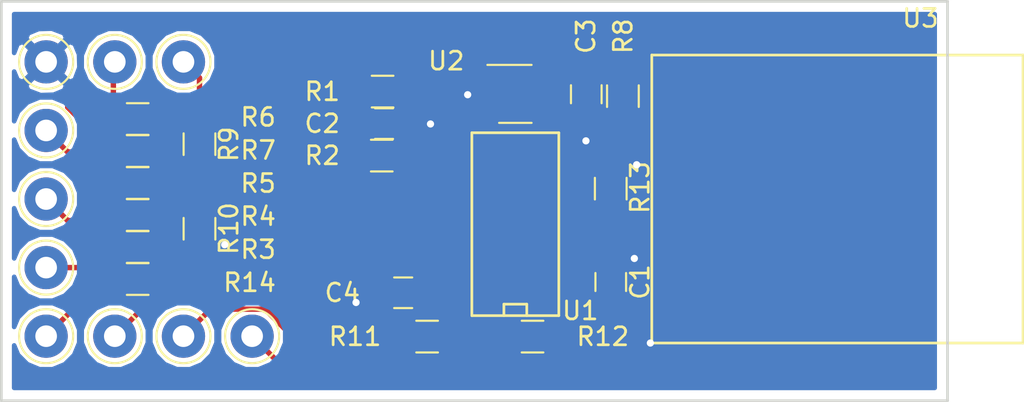
<source format=kicad_pcb>
(kicad_pcb (version 4) (host pcbnew 4.0.7-e2-6376~58~ubuntu14.04.1)

  (general
    (links 46)
    (no_connects 0)
    (area 115.549999 110.862499 168.200001 133.200001)
    (thickness 1.6)
    (drawings 4)
    (tracks 192)
    (zones 0)
    (modules 31)
    (nets 36)
  )

  (page A4)
  (layers
    (0 F.Cu signal)
    (31 B.Cu signal)
    (32 B.Adhes user)
    (33 F.Adhes user)
    (34 B.Paste user)
    (35 F.Paste user)
    (36 B.SilkS user)
    (37 F.SilkS user)
    (38 B.Mask user)
    (39 F.Mask user)
    (40 Dwgs.User user)
    (41 Cmts.User user)
    (42 Eco1.User user)
    (43 Eco2.User user)
    (44 Edge.Cuts user)
    (45 Margin user)
    (46 B.CrtYd user)
    (47 F.CrtYd user)
    (48 B.Fab user)
    (49 F.Fab user hide)
  )

  (setup
    (last_trace_width 0.3)
    (trace_clearance 0.1524)
    (zone_clearance 0.508)
    (zone_45_only no)
    (trace_min 0.1524)
    (segment_width 0.2)
    (edge_width 0.15)
    (via_size 0.6)
    (via_drill 0.4)
    (via_min_size 0.508)
    (via_min_drill 0.254)
    (uvia_size 0.3)
    (uvia_drill 0.1)
    (uvias_allowed no)
    (uvia_min_size 0.2)
    (uvia_min_drill 0.1)
    (pcb_text_width 0.3)
    (pcb_text_size 1.5 1.5)
    (mod_edge_width 0.15)
    (mod_text_size 1 1)
    (mod_text_width 0.15)
    (pad_size 1.524 1.524)
    (pad_drill 0.762)
    (pad_to_mask_clearance 0.0508)
    (aux_axis_origin 0 0)
    (visible_elements FFFFFF7F)
    (pcbplotparams
      (layerselection 0x00030_80000001)
      (usegerberextensions false)
      (excludeedgelayer true)
      (linewidth 0.100000)
      (plotframeref false)
      (viasonmask false)
      (mode 1)
      (useauxorigin false)
      (hpglpennumber 1)
      (hpglpenspeed 20)
      (hpglpendiameter 15)
      (hpglpenoverlay 2)
      (psnegative false)
      (psa4output false)
      (plotreference true)
      (plotvalue true)
      (plotinvisibletext false)
      (padsonsilk false)
      (subtractmaskfromsilk false)
      (outputformat 1)
      (mirror false)
      (drillshape 1)
      (scaleselection 1)
      (outputdirectory ""))
  )

  (net 0 "")
  (net 1 +3V3)
  (net 2 GND)
  (net 3 +5V)
  (net 4 "Net-(R1-Pad1)")
  (net 5 "Net-(R2-Pad1)")
  (net 6 /TX_TO_DISPLAY)
  (net 7 "Net-(R3-Pad2)")
  (net 8 /RX_FROM_POWER)
  (net 9 "Net-(R4-Pad2)")
  (net 10 /TX_FROM_POWER)
  (net 11 "Net-(R5-Pad2)")
  (net 12 /BTN_DOWN_IN)
  (net 13 /BTN_DOWN_IN_LV)
  (net 14 "Net-(R8-Pad2)")
  (net 15 /BTN_UP_IN)
  (net 16 /BTN_UP_IN_LV)
  (net 17 /BTN_UP_OUT)
  (net 18 "Net-(R11-Pad2)")
  (net 19 /BTN_DOWN_OUT)
  (net 20 "Net-(R12-Pad2)")
  (net 21 /TX_TO_DISPLAY_LV)
  (net 22 /RX_FROM_POWER_LV)
  (net 23 /TX_FROM_POWER_LV)
  (net 24 "Net-(U1-Pad6)")
  (net 25 "Net-(U1-Pad9)")
  (net 26 "Net-(U2-Pad4)")
  (net 27 "Net-(U3-Pad2)")
  (net 28 "Net-(U3-Pad3)")
  (net 29 "Net-(U3-Pad4)")
  (net 30 "Net-(U3-Pad7)")
  (net 31 "Net-(U3-Pad10)")
  (net 32 "Net-(U3-Pad12)")
  (net 33 /RX_TO_DISPLAY)
  (net 34 /RX_TO_DISPLAY_LV)
  (net 35 "Net-(R14-Pad2)")

  (net_class Default "This is the default net class."
    (clearance 0.1524)
    (trace_width 0.3)
    (via_dia 0.6)
    (via_drill 0.4)
    (uvia_dia 0.3)
    (uvia_drill 0.1)
    (add_net /BTN_DOWN_IN)
    (add_net /BTN_DOWN_IN_LV)
    (add_net /BTN_DOWN_OUT)
    (add_net /BTN_UP_IN)
    (add_net /BTN_UP_IN_LV)
    (add_net /BTN_UP_OUT)
    (add_net /RX_FROM_POWER)
    (add_net /RX_FROM_POWER_LV)
    (add_net /RX_TO_DISPLAY)
    (add_net /RX_TO_DISPLAY_LV)
    (add_net /TX_FROM_POWER)
    (add_net /TX_FROM_POWER_LV)
    (add_net /TX_TO_DISPLAY)
    (add_net /TX_TO_DISPLAY_LV)
    (add_net "Net-(R1-Pad1)")
    (add_net "Net-(R11-Pad2)")
    (add_net "Net-(R12-Pad2)")
    (add_net "Net-(R14-Pad2)")
    (add_net "Net-(R2-Pad1)")
    (add_net "Net-(R3-Pad2)")
    (add_net "Net-(R4-Pad2)")
    (add_net "Net-(R5-Pad2)")
    (add_net "Net-(R8-Pad2)")
    (add_net "Net-(U1-Pad6)")
    (add_net "Net-(U1-Pad9)")
    (add_net "Net-(U2-Pad4)")
    (add_net "Net-(U3-Pad10)")
    (add_net "Net-(U3-Pad12)")
    (add_net "Net-(U3-Pad2)")
    (add_net "Net-(U3-Pad3)")
    (add_net "Net-(U3-Pad4)")
    (add_net "Net-(U3-Pad7)")
  )

  (net_class Power ""
    (clearance 0.1524)
    (trace_width 0.3)
    (via_dia 0.6)
    (via_drill 0.4)
    (uvia_dia 0.3)
    (uvia_drill 0.1)
    (add_net +3V3)
    (add_net +5V)
    (add_net GND)
  )

  (module Capacitors_SMD:C_0805_HandSoldering (layer F.Cu) (tedit 58AA84A8) (tstamp 5AF11E07)
    (at 149.4395 126.53 90)
    (descr "Capacitor SMD 0805, hand soldering")
    (tags "capacitor 0805")
    (path /5AF11A2D)
    (attr smd)
    (fp_text reference C1 (at 0 1.625 90) (layer F.SilkS)
      (effects (font (size 1 1) (thickness 0.15)))
    )
    (fp_text value 100nF (at 0 1.75 90) (layer F.Fab)
      (effects (font (size 1 1) (thickness 0.15)))
    )
    (fp_text user %R (at 0 -1.75 90) (layer F.Fab)
      (effects (font (size 1 1) (thickness 0.15)))
    )
    (fp_line (start -1 0.62) (end -1 -0.62) (layer F.Fab) (width 0.1))
    (fp_line (start 1 0.62) (end -1 0.62) (layer F.Fab) (width 0.1))
    (fp_line (start 1 -0.62) (end 1 0.62) (layer F.Fab) (width 0.1))
    (fp_line (start -1 -0.62) (end 1 -0.62) (layer F.Fab) (width 0.1))
    (fp_line (start 0.5 -0.85) (end -0.5 -0.85) (layer F.SilkS) (width 0.12))
    (fp_line (start -0.5 0.85) (end 0.5 0.85) (layer F.SilkS) (width 0.12))
    (fp_line (start -2.25 -0.88) (end 2.25 -0.88) (layer F.CrtYd) (width 0.05))
    (fp_line (start -2.25 -0.88) (end -2.25 0.87) (layer F.CrtYd) (width 0.05))
    (fp_line (start 2.25 0.87) (end 2.25 -0.88) (layer F.CrtYd) (width 0.05))
    (fp_line (start 2.25 0.87) (end -2.25 0.87) (layer F.CrtYd) (width 0.05))
    (pad 1 smd rect (at -1.25 0 90) (size 1.5 1.25) (layers F.Cu F.Paste F.Mask)
      (net 1 +3V3))
    (pad 2 smd rect (at 1.25 0 90) (size 1.5 1.25) (layers F.Cu F.Paste F.Mask)
      (net 2 GND))
    (model Capacitors_SMD.3dshapes/C_0805.wrl
      (at (xyz 0 0 0))
      (scale (xyz 1 1 1))
      (rotate (xyz 0 0 0))
    )
  )

  (module Capacitors_SMD:C_0805_HandSoldering (layer F.Cu) (tedit 58AA84A8) (tstamp 5AF11E0D)
    (at 136.8595 117.729)
    (descr "Capacitor SMD 0805, hand soldering")
    (tags "capacitor 0805")
    (path /5AF11157)
    (attr smd)
    (fp_text reference C2 (at -3.429 0) (layer F.SilkS)
      (effects (font (size 1 1) (thickness 0.15)))
    )
    (fp_text value 10uF (at 0 1.75) (layer F.Fab)
      (effects (font (size 1 1) (thickness 0.15)))
    )
    (fp_text user %R (at 0 -1.75) (layer F.Fab)
      (effects (font (size 1 1) (thickness 0.15)))
    )
    (fp_line (start -1 0.62) (end -1 -0.62) (layer F.Fab) (width 0.1))
    (fp_line (start 1 0.62) (end -1 0.62) (layer F.Fab) (width 0.1))
    (fp_line (start 1 -0.62) (end 1 0.62) (layer F.Fab) (width 0.1))
    (fp_line (start -1 -0.62) (end 1 -0.62) (layer F.Fab) (width 0.1))
    (fp_line (start 0.5 -0.85) (end -0.5 -0.85) (layer F.SilkS) (width 0.12))
    (fp_line (start -0.5 0.85) (end 0.5 0.85) (layer F.SilkS) (width 0.12))
    (fp_line (start -2.25 -0.88) (end 2.25 -0.88) (layer F.CrtYd) (width 0.05))
    (fp_line (start -2.25 -0.88) (end -2.25 0.87) (layer F.CrtYd) (width 0.05))
    (fp_line (start 2.25 0.87) (end 2.25 -0.88) (layer F.CrtYd) (width 0.05))
    (fp_line (start 2.25 0.87) (end -2.25 0.87) (layer F.CrtYd) (width 0.05))
    (pad 1 smd rect (at -1.25 0) (size 1.5 1.25) (layers F.Cu F.Paste F.Mask)
      (net 3 +5V))
    (pad 2 smd rect (at 1.25 0) (size 1.5 1.25) (layers F.Cu F.Paste F.Mask)
      (net 2 GND))
    (model Capacitors_SMD.3dshapes/C_0805.wrl
      (at (xyz 0 0 0))
      (scale (xyz 1 1 1))
      (rotate (xyz 0 0 0))
    )
  )

  (module Capacitors_SMD:C_0805_HandSoldering (layer F.Cu) (tedit 58AA84A8) (tstamp 5AF11E13)
    (at 148.082 116.098 270)
    (descr "Capacitor SMD 0805, hand soldering")
    (tags "capacitor 0805")
    (path /5AF11365)
    (attr smd)
    (fp_text reference C3 (at -3.223 0.0195 450) (layer F.SilkS)
      (effects (font (size 1 1) (thickness 0.15)))
    )
    (fp_text value 10uF (at 0 1.75 270) (layer F.Fab)
      (effects (font (size 1 1) (thickness 0.15)))
    )
    (fp_text user %R (at 0 -1.75 270) (layer F.Fab)
      (effects (font (size 1 1) (thickness 0.15)))
    )
    (fp_line (start -1 0.62) (end -1 -0.62) (layer F.Fab) (width 0.1))
    (fp_line (start 1 0.62) (end -1 0.62) (layer F.Fab) (width 0.1))
    (fp_line (start 1 -0.62) (end 1 0.62) (layer F.Fab) (width 0.1))
    (fp_line (start -1 -0.62) (end 1 -0.62) (layer F.Fab) (width 0.1))
    (fp_line (start 0.5 -0.85) (end -0.5 -0.85) (layer F.SilkS) (width 0.12))
    (fp_line (start -0.5 0.85) (end 0.5 0.85) (layer F.SilkS) (width 0.12))
    (fp_line (start -2.25 -0.88) (end 2.25 -0.88) (layer F.CrtYd) (width 0.05))
    (fp_line (start -2.25 -0.88) (end -2.25 0.87) (layer F.CrtYd) (width 0.05))
    (fp_line (start 2.25 0.87) (end 2.25 -0.88) (layer F.CrtYd) (width 0.05))
    (fp_line (start 2.25 0.87) (end -2.25 0.87) (layer F.CrtYd) (width 0.05))
    (pad 1 smd rect (at -1.25 0 270) (size 1.5 1.25) (layers F.Cu F.Paste F.Mask)
      (net 1 +3V3))
    (pad 2 smd rect (at 1.25 0 270) (size 1.5 1.25) (layers F.Cu F.Paste F.Mask)
      (net 2 GND))
    (model Capacitors_SMD.3dshapes/C_0805.wrl
      (at (xyz 0 0 0))
      (scale (xyz 1 1 1))
      (rotate (xyz 0 0 0))
    )
  )

  (module Capacitors_SMD:C_0805_HandSoldering (layer F.Cu) (tedit 58AA84A8) (tstamp 5AF11E19)
    (at 137.922 127.127 180)
    (descr "Capacitor SMD 0805, hand soldering")
    (tags "capacitor 0805")
    (path /5AF11CD7)
    (attr smd)
    (fp_text reference C4 (at 3.375 0 180) (layer F.SilkS)
      (effects (font (size 1 1) (thickness 0.15)))
    )
    (fp_text value 100nF (at 0 1.75 180) (layer F.Fab)
      (effects (font (size 1 1) (thickness 0.15)))
    )
    (fp_text user %R (at 0 -1.75 180) (layer F.Fab)
      (effects (font (size 1 1) (thickness 0.15)))
    )
    (fp_line (start -1 0.62) (end -1 -0.62) (layer F.Fab) (width 0.1))
    (fp_line (start 1 0.62) (end -1 0.62) (layer F.Fab) (width 0.1))
    (fp_line (start 1 -0.62) (end 1 0.62) (layer F.Fab) (width 0.1))
    (fp_line (start -1 -0.62) (end 1 -0.62) (layer F.Fab) (width 0.1))
    (fp_line (start 0.5 -0.85) (end -0.5 -0.85) (layer F.SilkS) (width 0.12))
    (fp_line (start -0.5 0.85) (end 0.5 0.85) (layer F.SilkS) (width 0.12))
    (fp_line (start -2.25 -0.88) (end 2.25 -0.88) (layer F.CrtYd) (width 0.05))
    (fp_line (start -2.25 -0.88) (end -2.25 0.87) (layer F.CrtYd) (width 0.05))
    (fp_line (start 2.25 0.87) (end 2.25 -0.88) (layer F.CrtYd) (width 0.05))
    (fp_line (start 2.25 0.87) (end -2.25 0.87) (layer F.CrtYd) (width 0.05))
    (pad 1 smd rect (at -1.25 0 180) (size 1.5 1.25) (layers F.Cu F.Paste F.Mask)
      (net 3 +5V))
    (pad 2 smd rect (at 1.25 0 180) (size 1.5 1.25) (layers F.Cu F.Paste F.Mask)
      (net 2 GND))
    (model Capacitors_SMD.3dshapes/C_0805.wrl
      (at (xyz 0 0 0))
      (scale (xyz 1 1 1))
      (rotate (xyz 0 0 0))
    )
  )

  (module Resistors_SMD:R_0805_HandSoldering (layer F.Cu) (tedit 58E0A804) (tstamp 5AF11E1F)
    (at 136.7795 115.951 180)
    (descr "Resistor SMD 0805, hand soldering")
    (tags "resistor 0805")
    (path /5AF10FEB)
    (attr smd)
    (fp_text reference R1 (at 3.349 0 180) (layer F.SilkS)
      (effects (font (size 1 1) (thickness 0.15)))
    )
    (fp_text value 10k (at 0 1.75 180) (layer F.Fab)
      (effects (font (size 1 1) (thickness 0.15)))
    )
    (fp_text user %R (at 0 0 180) (layer F.Fab)
      (effects (font (size 0.5 0.5) (thickness 0.075)))
    )
    (fp_line (start -1 0.62) (end -1 -0.62) (layer F.Fab) (width 0.1))
    (fp_line (start 1 0.62) (end -1 0.62) (layer F.Fab) (width 0.1))
    (fp_line (start 1 -0.62) (end 1 0.62) (layer F.Fab) (width 0.1))
    (fp_line (start -1 -0.62) (end 1 -0.62) (layer F.Fab) (width 0.1))
    (fp_line (start 0.6 0.88) (end -0.6 0.88) (layer F.SilkS) (width 0.12))
    (fp_line (start -0.6 -0.88) (end 0.6 -0.88) (layer F.SilkS) (width 0.12))
    (fp_line (start -2.35 -0.9) (end 2.35 -0.9) (layer F.CrtYd) (width 0.05))
    (fp_line (start -2.35 -0.9) (end -2.35 0.9) (layer F.CrtYd) (width 0.05))
    (fp_line (start 2.35 0.9) (end 2.35 -0.9) (layer F.CrtYd) (width 0.05))
    (fp_line (start 2.35 0.9) (end -2.35 0.9) (layer F.CrtYd) (width 0.05))
    (pad 1 smd rect (at -1.35 0 180) (size 1.5 1.3) (layers F.Cu F.Paste F.Mask)
      (net 4 "Net-(R1-Pad1)"))
    (pad 2 smd rect (at 1.35 0 180) (size 1.5 1.3) (layers F.Cu F.Paste F.Mask)
      (net 3 +5V))
    (model ${KISYS3DMOD}/Resistors_SMD.3dshapes/R_0805.wrl
      (at (xyz 0 0 0))
      (scale (xyz 1 1 1))
      (rotate (xyz 0 0 0))
    )
  )

  (module Resistors_SMD:R_0805_HandSoldering (layer F.Cu) (tedit 58E0A804) (tstamp 5AF11E25)
    (at 136.7325 119.507 180)
    (descr "Resistor SMD 0805, hand soldering")
    (tags "resistor 0805")
    (path /5AF11F17)
    (attr smd)
    (fp_text reference R2 (at 3.302 0 180) (layer F.SilkS)
      (effects (font (size 1 1) (thickness 0.15)))
    )
    (fp_text value 10k (at 0 1.75 180) (layer F.Fab)
      (effects (font (size 1 1) (thickness 0.15)))
    )
    (fp_text user %R (at 0 0 180) (layer F.Fab)
      (effects (font (size 0.5 0.5) (thickness 0.075)))
    )
    (fp_line (start -1 0.62) (end -1 -0.62) (layer F.Fab) (width 0.1))
    (fp_line (start 1 0.62) (end -1 0.62) (layer F.Fab) (width 0.1))
    (fp_line (start 1 -0.62) (end 1 0.62) (layer F.Fab) (width 0.1))
    (fp_line (start -1 -0.62) (end 1 -0.62) (layer F.Fab) (width 0.1))
    (fp_line (start 0.6 0.88) (end -0.6 0.88) (layer F.SilkS) (width 0.12))
    (fp_line (start -0.6 -0.88) (end 0.6 -0.88) (layer F.SilkS) (width 0.12))
    (fp_line (start -2.35 -0.9) (end 2.35 -0.9) (layer F.CrtYd) (width 0.05))
    (fp_line (start -2.35 -0.9) (end -2.35 0.9) (layer F.CrtYd) (width 0.05))
    (fp_line (start 2.35 0.9) (end 2.35 -0.9) (layer F.CrtYd) (width 0.05))
    (fp_line (start 2.35 0.9) (end -2.35 0.9) (layer F.CrtYd) (width 0.05))
    (pad 1 smd rect (at -1.35 0 180) (size 1.5 1.3) (layers F.Cu F.Paste F.Mask)
      (net 5 "Net-(R2-Pad1)"))
    (pad 2 smd rect (at 1.35 0 180) (size 1.5 1.3) (layers F.Cu F.Paste F.Mask)
      (net 1 +3V3))
    (model ${KISYS3DMOD}/Resistors_SMD.3dshapes/R_0805.wrl
      (at (xyz 0 0 0))
      (scale (xyz 1 1 1))
      (rotate (xyz 0 0 0))
    )
  )

  (module Resistors_SMD:R_0805_HandSoldering (layer F.Cu) (tedit 58E0A804) (tstamp 5AF11E2B)
    (at 123.19 124.587)
    (descr "Resistor SMD 0805, hand soldering")
    (tags "resistor 0805")
    (path /5AF1367D)
    (attr smd)
    (fp_text reference R3 (at 6.685 0.138) (layer F.SilkS)
      (effects (font (size 1 1) (thickness 0.15)))
    )
    (fp_text value 1k (at 0 1.75) (layer F.Fab)
      (effects (font (size 1 1) (thickness 0.15)))
    )
    (fp_text user %R (at 0 0) (layer F.Fab)
      (effects (font (size 0.5 0.5) (thickness 0.075)))
    )
    (fp_line (start -1 0.62) (end -1 -0.62) (layer F.Fab) (width 0.1))
    (fp_line (start 1 0.62) (end -1 0.62) (layer F.Fab) (width 0.1))
    (fp_line (start 1 -0.62) (end 1 0.62) (layer F.Fab) (width 0.1))
    (fp_line (start -1 -0.62) (end 1 -0.62) (layer F.Fab) (width 0.1))
    (fp_line (start 0.6 0.88) (end -0.6 0.88) (layer F.SilkS) (width 0.12))
    (fp_line (start -0.6 -0.88) (end 0.6 -0.88) (layer F.SilkS) (width 0.12))
    (fp_line (start -2.35 -0.9) (end 2.35 -0.9) (layer F.CrtYd) (width 0.05))
    (fp_line (start -2.35 -0.9) (end -2.35 0.9) (layer F.CrtYd) (width 0.05))
    (fp_line (start 2.35 0.9) (end 2.35 -0.9) (layer F.CrtYd) (width 0.05))
    (fp_line (start 2.35 0.9) (end -2.35 0.9) (layer F.CrtYd) (width 0.05))
    (pad 1 smd rect (at -1.35 0) (size 1.5 1.3) (layers F.Cu F.Paste F.Mask)
      (net 6 /TX_TO_DISPLAY))
    (pad 2 smd rect (at 1.35 0) (size 1.5 1.3) (layers F.Cu F.Paste F.Mask)
      (net 7 "Net-(R3-Pad2)"))
    (model ${KISYS3DMOD}/Resistors_SMD.3dshapes/R_0805.wrl
      (at (xyz 0 0 0))
      (scale (xyz 1 1 1))
      (rotate (xyz 0 0 0))
    )
  )

  (module Resistors_SMD:R_0805_HandSoldering (layer F.Cu) (tedit 58E0A804) (tstamp 5AF11E31)
    (at 123.19 122.809)
    (descr "Resistor SMD 0805, hand soldering")
    (tags "resistor 0805")
    (path /5AF12532)
    (attr smd)
    (fp_text reference R4 (at 6.685 0.0785) (layer F.SilkS)
      (effects (font (size 1 1) (thickness 0.15)))
    )
    (fp_text value 1k (at 0 1.75) (layer F.Fab)
      (effects (font (size 1 1) (thickness 0.15)))
    )
    (fp_text user %R (at 0 0) (layer F.Fab)
      (effects (font (size 0.5 0.5) (thickness 0.075)))
    )
    (fp_line (start -1 0.62) (end -1 -0.62) (layer F.Fab) (width 0.1))
    (fp_line (start 1 0.62) (end -1 0.62) (layer F.Fab) (width 0.1))
    (fp_line (start 1 -0.62) (end 1 0.62) (layer F.Fab) (width 0.1))
    (fp_line (start -1 -0.62) (end 1 -0.62) (layer F.Fab) (width 0.1))
    (fp_line (start 0.6 0.88) (end -0.6 0.88) (layer F.SilkS) (width 0.12))
    (fp_line (start -0.6 -0.88) (end 0.6 -0.88) (layer F.SilkS) (width 0.12))
    (fp_line (start -2.35 -0.9) (end 2.35 -0.9) (layer F.CrtYd) (width 0.05))
    (fp_line (start -2.35 -0.9) (end -2.35 0.9) (layer F.CrtYd) (width 0.05))
    (fp_line (start 2.35 0.9) (end 2.35 -0.9) (layer F.CrtYd) (width 0.05))
    (fp_line (start 2.35 0.9) (end -2.35 0.9) (layer F.CrtYd) (width 0.05))
    (pad 1 smd rect (at -1.35 0) (size 1.5 1.3) (layers F.Cu F.Paste F.Mask)
      (net 10 /TX_FROM_POWER))
    (pad 2 smd rect (at 1.35 0) (size 1.5 1.3) (layers F.Cu F.Paste F.Mask)
      (net 9 "Net-(R4-Pad2)"))
    (model ${KISYS3DMOD}/Resistors_SMD.3dshapes/R_0805.wrl
      (at (xyz 0 0 0))
      (scale (xyz 1 1 1))
      (rotate (xyz 0 0 0))
    )
  )

  (module Resistors_SMD:R_0805_HandSoldering (layer F.Cu) (tedit 58E0A804) (tstamp 5AF11E37)
    (at 123.19 121.031)
    (descr "Resistor SMD 0805, hand soldering")
    (tags "resistor 0805")
    (path /5AF124D8)
    (attr smd)
    (fp_text reference R5 (at 6.685 0.019) (layer F.SilkS)
      (effects (font (size 1 1) (thickness 0.15)))
    )
    (fp_text value 1k (at 0 1.75) (layer F.Fab)
      (effects (font (size 1 1) (thickness 0.15)))
    )
    (fp_text user %R (at 0 0) (layer F.Fab)
      (effects (font (size 0.5 0.5) (thickness 0.075)))
    )
    (fp_line (start -1 0.62) (end -1 -0.62) (layer F.Fab) (width 0.1))
    (fp_line (start 1 0.62) (end -1 0.62) (layer F.Fab) (width 0.1))
    (fp_line (start 1 -0.62) (end 1 0.62) (layer F.Fab) (width 0.1))
    (fp_line (start -1 -0.62) (end 1 -0.62) (layer F.Fab) (width 0.1))
    (fp_line (start 0.6 0.88) (end -0.6 0.88) (layer F.SilkS) (width 0.12))
    (fp_line (start -0.6 -0.88) (end 0.6 -0.88) (layer F.SilkS) (width 0.12))
    (fp_line (start -2.35 -0.9) (end 2.35 -0.9) (layer F.CrtYd) (width 0.05))
    (fp_line (start -2.35 -0.9) (end -2.35 0.9) (layer F.CrtYd) (width 0.05))
    (fp_line (start 2.35 0.9) (end 2.35 -0.9) (layer F.CrtYd) (width 0.05))
    (fp_line (start 2.35 0.9) (end -2.35 0.9) (layer F.CrtYd) (width 0.05))
    (pad 1 smd rect (at -1.35 0) (size 1.5 1.3) (layers F.Cu F.Paste F.Mask)
      (net 8 /RX_FROM_POWER))
    (pad 2 smd rect (at 1.35 0) (size 1.5 1.3) (layers F.Cu F.Paste F.Mask)
      (net 11 "Net-(R5-Pad2)"))
    (model ${KISYS3DMOD}/Resistors_SMD.3dshapes/R_0805.wrl
      (at (xyz 0 0 0))
      (scale (xyz 1 1 1))
      (rotate (xyz 0 0 0))
    )
  )

  (module Resistors_SMD:R_0805_HandSoldering (layer F.Cu) (tedit 58E0A804) (tstamp 5AF11E3D)
    (at 123.19 117.475)
    (descr "Resistor SMD 0805, hand soldering")
    (tags "resistor 0805")
    (path /5AF14C45)
    (attr smd)
    (fp_text reference R6 (at 6.685 -0.1 180) (layer F.SilkS)
      (effects (font (size 1 1) (thickness 0.15)))
    )
    (fp_text value 1k (at 0 1.75) (layer F.Fab)
      (effects (font (size 1 1) (thickness 0.15)))
    )
    (fp_text user %R (at 0 0) (layer F.Fab)
      (effects (font (size 0.5 0.5) (thickness 0.075)))
    )
    (fp_line (start -1 0.62) (end -1 -0.62) (layer F.Fab) (width 0.1))
    (fp_line (start 1 0.62) (end -1 0.62) (layer F.Fab) (width 0.1))
    (fp_line (start 1 -0.62) (end 1 0.62) (layer F.Fab) (width 0.1))
    (fp_line (start -1 -0.62) (end 1 -0.62) (layer F.Fab) (width 0.1))
    (fp_line (start 0.6 0.88) (end -0.6 0.88) (layer F.SilkS) (width 0.12))
    (fp_line (start -0.6 -0.88) (end 0.6 -0.88) (layer F.SilkS) (width 0.12))
    (fp_line (start -2.35 -0.9) (end 2.35 -0.9) (layer F.CrtYd) (width 0.05))
    (fp_line (start -2.35 -0.9) (end -2.35 0.9) (layer F.CrtYd) (width 0.05))
    (fp_line (start 2.35 0.9) (end 2.35 -0.9) (layer F.CrtYd) (width 0.05))
    (fp_line (start 2.35 0.9) (end -2.35 0.9) (layer F.CrtYd) (width 0.05))
    (pad 1 smd rect (at -1.35 0) (size 1.5 1.3) (layers F.Cu F.Paste F.Mask)
      (net 12 /BTN_DOWN_IN))
    (pad 2 smd rect (at 1.35 0) (size 1.5 1.3) (layers F.Cu F.Paste F.Mask)
      (net 13 /BTN_DOWN_IN_LV))
    (model ${KISYS3DMOD}/Resistors_SMD.3dshapes/R_0805.wrl
      (at (xyz 0 0 0))
      (scale (xyz 1 1 1))
      (rotate (xyz 0 0 0))
    )
  )

  (module Resistors_SMD:R_0805_HandSoldering (layer F.Cu) (tedit 58E0A804) (tstamp 5AF11E43)
    (at 123.19 119.253 180)
    (descr "Resistor SMD 0805, hand soldering")
    (tags "resistor 0805")
    (path /5AF14C3F)
    (attr smd)
    (fp_text reference R7 (at -6.685 0.0405 360) (layer F.SilkS)
      (effects (font (size 1 1) (thickness 0.15)))
    )
    (fp_text value 2k (at 0 1.75 180) (layer F.Fab)
      (effects (font (size 1 1) (thickness 0.15)))
    )
    (fp_text user %R (at 0 0 180) (layer F.Fab)
      (effects (font (size 0.5 0.5) (thickness 0.075)))
    )
    (fp_line (start -1 0.62) (end -1 -0.62) (layer F.Fab) (width 0.1))
    (fp_line (start 1 0.62) (end -1 0.62) (layer F.Fab) (width 0.1))
    (fp_line (start 1 -0.62) (end 1 0.62) (layer F.Fab) (width 0.1))
    (fp_line (start -1 -0.62) (end 1 -0.62) (layer F.Fab) (width 0.1))
    (fp_line (start 0.6 0.88) (end -0.6 0.88) (layer F.SilkS) (width 0.12))
    (fp_line (start -0.6 -0.88) (end 0.6 -0.88) (layer F.SilkS) (width 0.12))
    (fp_line (start -2.35 -0.9) (end 2.35 -0.9) (layer F.CrtYd) (width 0.05))
    (fp_line (start -2.35 -0.9) (end -2.35 0.9) (layer F.CrtYd) (width 0.05))
    (fp_line (start 2.35 0.9) (end 2.35 -0.9) (layer F.CrtYd) (width 0.05))
    (fp_line (start 2.35 0.9) (end -2.35 0.9) (layer F.CrtYd) (width 0.05))
    (pad 1 smd rect (at -1.35 0 180) (size 1.5 1.3) (layers F.Cu F.Paste F.Mask)
      (net 13 /BTN_DOWN_IN_LV))
    (pad 2 smd rect (at 1.35 0 180) (size 1.5 1.3) (layers F.Cu F.Paste F.Mask)
      (net 2 GND))
    (model ${KISYS3DMOD}/Resistors_SMD.3dshapes/R_0805.wrl
      (at (xyz 0 0 0))
      (scale (xyz 1 1 1))
      (rotate (xyz 0 0 0))
    )
  )

  (module Resistors_SMD:R_0805_HandSoldering (layer F.Cu) (tedit 58E0A804) (tstamp 5AF11E49)
    (at 150.114 116.205 270)
    (descr "Resistor SMD 0805, hand soldering")
    (tags "resistor 0805")
    (path /5AF14FE9)
    (attr smd)
    (fp_text reference R8 (at -3.33 -0.011 270) (layer F.SilkS)
      (effects (font (size 1 1) (thickness 0.15)))
    )
    (fp_text value 10k (at 0 1.75 270) (layer F.Fab)
      (effects (font (size 1 1) (thickness 0.15)))
    )
    (fp_text user %R (at 0 0 270) (layer F.Fab)
      (effects (font (size 0.5 0.5) (thickness 0.075)))
    )
    (fp_line (start -1 0.62) (end -1 -0.62) (layer F.Fab) (width 0.1))
    (fp_line (start 1 0.62) (end -1 0.62) (layer F.Fab) (width 0.1))
    (fp_line (start 1 -0.62) (end 1 0.62) (layer F.Fab) (width 0.1))
    (fp_line (start -1 -0.62) (end 1 -0.62) (layer F.Fab) (width 0.1))
    (fp_line (start 0.6 0.88) (end -0.6 0.88) (layer F.SilkS) (width 0.12))
    (fp_line (start -0.6 -0.88) (end 0.6 -0.88) (layer F.SilkS) (width 0.12))
    (fp_line (start -2.35 -0.9) (end 2.35 -0.9) (layer F.CrtYd) (width 0.05))
    (fp_line (start -2.35 -0.9) (end -2.35 0.9) (layer F.CrtYd) (width 0.05))
    (fp_line (start 2.35 0.9) (end 2.35 -0.9) (layer F.CrtYd) (width 0.05))
    (fp_line (start 2.35 0.9) (end -2.35 0.9) (layer F.CrtYd) (width 0.05))
    (pad 1 smd rect (at -1.35 0 270) (size 1.5 1.3) (layers F.Cu F.Paste F.Mask)
      (net 1 +3V3))
    (pad 2 smd rect (at 1.35 0 270) (size 1.5 1.3) (layers F.Cu F.Paste F.Mask)
      (net 14 "Net-(R8-Pad2)"))
    (model ${KISYS3DMOD}/Resistors_SMD.3dshapes/R_0805.wrl
      (at (xyz 0 0 0))
      (scale (xyz 1 1 1))
      (rotate (xyz 0 0 0))
    )
  )

  (module Resistors_SMD:R_0805_HandSoldering (layer F.Cu) (tedit 58E0A804) (tstamp 5AF11E4F)
    (at 126.619 118.872 270)
    (descr "Resistor SMD 0805, hand soldering")
    (tags "resistor 0805")
    (path /5AF15E6B)
    (attr smd)
    (fp_text reference R9 (at 0.003 -1.631 450) (layer F.SilkS)
      (effects (font (size 1 1) (thickness 0.15)))
    )
    (fp_text value 1k (at 0 1.75 270) (layer F.Fab)
      (effects (font (size 1 1) (thickness 0.15)))
    )
    (fp_text user %R (at 0 0 270) (layer F.Fab)
      (effects (font (size 0.5 0.5) (thickness 0.075)))
    )
    (fp_line (start -1 0.62) (end -1 -0.62) (layer F.Fab) (width 0.1))
    (fp_line (start 1 0.62) (end -1 0.62) (layer F.Fab) (width 0.1))
    (fp_line (start 1 -0.62) (end 1 0.62) (layer F.Fab) (width 0.1))
    (fp_line (start -1 -0.62) (end 1 -0.62) (layer F.Fab) (width 0.1))
    (fp_line (start 0.6 0.88) (end -0.6 0.88) (layer F.SilkS) (width 0.12))
    (fp_line (start -0.6 -0.88) (end 0.6 -0.88) (layer F.SilkS) (width 0.12))
    (fp_line (start -2.35 -0.9) (end 2.35 -0.9) (layer F.CrtYd) (width 0.05))
    (fp_line (start -2.35 -0.9) (end -2.35 0.9) (layer F.CrtYd) (width 0.05))
    (fp_line (start 2.35 0.9) (end 2.35 -0.9) (layer F.CrtYd) (width 0.05))
    (fp_line (start 2.35 0.9) (end -2.35 0.9) (layer F.CrtYd) (width 0.05))
    (pad 1 smd rect (at -1.35 0 270) (size 1.5 1.3) (layers F.Cu F.Paste F.Mask)
      (net 15 /BTN_UP_IN))
    (pad 2 smd rect (at 1.35 0 270) (size 1.5 1.3) (layers F.Cu F.Paste F.Mask)
      (net 16 /BTN_UP_IN_LV))
    (model ${KISYS3DMOD}/Resistors_SMD.3dshapes/R_0805.wrl
      (at (xyz 0 0 0))
      (scale (xyz 1 1 1))
      (rotate (xyz 0 0 0))
    )
  )

  (module Resistors_SMD:R_0805_HandSoldering (layer F.Cu) (tedit 58E0A804) (tstamp 5AF11E55)
    (at 126.619 123.571 270)
    (descr "Resistor SMD 0805, hand soldering")
    (tags "resistor 0805")
    (path /5AF15E65)
    (attr smd)
    (fp_text reference R10 (at -0.0085 -1.631 450) (layer F.SilkS)
      (effects (font (size 1 1) (thickness 0.15)))
    )
    (fp_text value 2k (at 0 1.75 270) (layer F.Fab)
      (effects (font (size 1 1) (thickness 0.15)))
    )
    (fp_text user %R (at 0 0 270) (layer F.Fab)
      (effects (font (size 0.5 0.5) (thickness 0.075)))
    )
    (fp_line (start -1 0.62) (end -1 -0.62) (layer F.Fab) (width 0.1))
    (fp_line (start 1 0.62) (end -1 0.62) (layer F.Fab) (width 0.1))
    (fp_line (start 1 -0.62) (end 1 0.62) (layer F.Fab) (width 0.1))
    (fp_line (start -1 -0.62) (end 1 -0.62) (layer F.Fab) (width 0.1))
    (fp_line (start 0.6 0.88) (end -0.6 0.88) (layer F.SilkS) (width 0.12))
    (fp_line (start -0.6 -0.88) (end 0.6 -0.88) (layer F.SilkS) (width 0.12))
    (fp_line (start -2.35 -0.9) (end 2.35 -0.9) (layer F.CrtYd) (width 0.05))
    (fp_line (start -2.35 -0.9) (end -2.35 0.9) (layer F.CrtYd) (width 0.05))
    (fp_line (start 2.35 0.9) (end 2.35 -0.9) (layer F.CrtYd) (width 0.05))
    (fp_line (start 2.35 0.9) (end -2.35 0.9) (layer F.CrtYd) (width 0.05))
    (pad 1 smd rect (at -1.35 0 270) (size 1.5 1.3) (layers F.Cu F.Paste F.Mask)
      (net 16 /BTN_UP_IN_LV))
    (pad 2 smd rect (at 1.35 0 270) (size 1.5 1.3) (layers F.Cu F.Paste F.Mask)
      (net 2 GND))
    (model ${KISYS3DMOD}/Resistors_SMD.3dshapes/R_0805.wrl
      (at (xyz 0 0 0))
      (scale (xyz 1 1 1))
      (rotate (xyz 0 0 0))
    )
  )

  (module Resistors_SMD:R_0805_HandSoldering (layer F.Cu) (tedit 58E0A804) (tstamp 5AF11E5B)
    (at 139.25 129.5625)
    (descr "Resistor SMD 0805, hand soldering")
    (tags "resistor 0805")
    (path /5AF1457C)
    (attr smd)
    (fp_text reference R11 (at -4 0) (layer F.SilkS)
      (effects (font (size 1 1) (thickness 0.15)))
    )
    (fp_text value 10k (at 0 1.75) (layer F.Fab)
      (effects (font (size 1 1) (thickness 0.15)))
    )
    (fp_text user %R (at 0 0) (layer F.Fab)
      (effects (font (size 0.5 0.5) (thickness 0.075)))
    )
    (fp_line (start -1 0.62) (end -1 -0.62) (layer F.Fab) (width 0.1))
    (fp_line (start 1 0.62) (end -1 0.62) (layer F.Fab) (width 0.1))
    (fp_line (start 1 -0.62) (end 1 0.62) (layer F.Fab) (width 0.1))
    (fp_line (start -1 -0.62) (end 1 -0.62) (layer F.Fab) (width 0.1))
    (fp_line (start 0.6 0.88) (end -0.6 0.88) (layer F.SilkS) (width 0.12))
    (fp_line (start -0.6 -0.88) (end 0.6 -0.88) (layer F.SilkS) (width 0.12))
    (fp_line (start -2.35 -0.9) (end 2.35 -0.9) (layer F.CrtYd) (width 0.05))
    (fp_line (start -2.35 -0.9) (end -2.35 0.9) (layer F.CrtYd) (width 0.05))
    (fp_line (start 2.35 0.9) (end 2.35 -0.9) (layer F.CrtYd) (width 0.05))
    (fp_line (start 2.35 0.9) (end -2.35 0.9) (layer F.CrtYd) (width 0.05))
    (pad 1 smd rect (at -1.35 0) (size 1.5 1.3) (layers F.Cu F.Paste F.Mask)
      (net 17 /BTN_UP_OUT))
    (pad 2 smd rect (at 1.35 0) (size 1.5 1.3) (layers F.Cu F.Paste F.Mask)
      (net 18 "Net-(R11-Pad2)"))
    (model ${KISYS3DMOD}/Resistors_SMD.3dshapes/R_0805.wrl
      (at (xyz 0 0 0))
      (scale (xyz 1 1 1))
      (rotate (xyz 0 0 0))
    )
  )

  (module Resistors_SMD:R_0805_HandSoldering (layer F.Cu) (tedit 58E0A804) (tstamp 5AF11E61)
    (at 145.1 129.5625)
    (descr "Resistor SMD 0805, hand soldering")
    (tags "resistor 0805")
    (path /5AF14427)
    (attr smd)
    (fp_text reference R12 (at 3.9 0) (layer F.SilkS)
      (effects (font (size 1 1) (thickness 0.15)))
    )
    (fp_text value 10k (at 0 1.75) (layer F.Fab)
      (effects (font (size 1 1) (thickness 0.15)))
    )
    (fp_text user %R (at 0 0) (layer F.Fab)
      (effects (font (size 0.5 0.5) (thickness 0.075)))
    )
    (fp_line (start -1 0.62) (end -1 -0.62) (layer F.Fab) (width 0.1))
    (fp_line (start 1 0.62) (end -1 0.62) (layer F.Fab) (width 0.1))
    (fp_line (start 1 -0.62) (end 1 0.62) (layer F.Fab) (width 0.1))
    (fp_line (start -1 -0.62) (end 1 -0.62) (layer F.Fab) (width 0.1))
    (fp_line (start 0.6 0.88) (end -0.6 0.88) (layer F.SilkS) (width 0.12))
    (fp_line (start -0.6 -0.88) (end 0.6 -0.88) (layer F.SilkS) (width 0.12))
    (fp_line (start -2.35 -0.9) (end 2.35 -0.9) (layer F.CrtYd) (width 0.05))
    (fp_line (start -2.35 -0.9) (end -2.35 0.9) (layer F.CrtYd) (width 0.05))
    (fp_line (start 2.35 0.9) (end 2.35 -0.9) (layer F.CrtYd) (width 0.05))
    (fp_line (start 2.35 0.9) (end -2.35 0.9) (layer F.CrtYd) (width 0.05))
    (pad 1 smd rect (at -1.35 0) (size 1.5 1.3) (layers F.Cu F.Paste F.Mask)
      (net 19 /BTN_DOWN_OUT))
    (pad 2 smd rect (at 1.35 0) (size 1.5 1.3) (layers F.Cu F.Paste F.Mask)
      (net 20 "Net-(R12-Pad2)"))
    (model ${KISYS3DMOD}/Resistors_SMD.3dshapes/R_0805.wrl
      (at (xyz 0 0 0))
      (scale (xyz 1 1 1))
      (rotate (xyz 0 0 0))
    )
  )

  (module SMD_Packages:SOIC-14_N (layer F.Cu) (tedit 0) (tstamp 5AF11E73)
    (at 144.018 123.317 90)
    (descr "Module CMS SOJ 14 pins Large")
    (tags "CMS SOJ")
    (path /5AF11916)
    (attr smd)
    (fp_text reference U1 (at -4.808 3.732 180) (layer F.SilkS)
      (effects (font (size 1 1) (thickness 0.15)))
    )
    (fp_text value TXB0104 (at 0 1.27 90) (layer F.Fab)
      (effects (font (size 1 1) (thickness 0.15)))
    )
    (fp_line (start 5.08 -2.286) (end 5.08 2.54) (layer F.SilkS) (width 0.15))
    (fp_line (start 5.08 2.54) (end -5.08 2.54) (layer F.SilkS) (width 0.15))
    (fp_line (start -5.08 2.54) (end -5.08 -2.286) (layer F.SilkS) (width 0.15))
    (fp_line (start -5.08 -2.286) (end 5.08 -2.286) (layer F.SilkS) (width 0.15))
    (fp_line (start -5.08 -0.508) (end -4.445 -0.508) (layer F.SilkS) (width 0.15))
    (fp_line (start -4.445 -0.508) (end -4.445 0.762) (layer F.SilkS) (width 0.15))
    (fp_line (start -4.445 0.762) (end -5.08 0.762) (layer F.SilkS) (width 0.15))
    (pad 1 smd rect (at -3.81 3.302 90) (size 0.508 1.143) (layers F.Cu F.Paste F.Mask)
      (net 1 +3V3))
    (pad 2 smd rect (at -2.54 3.302 90) (size 0.508 1.143) (layers F.Cu F.Paste F.Mask)
      (net 34 /RX_TO_DISPLAY_LV))
    (pad 3 smd rect (at -1.27 3.302 90) (size 0.508 1.143) (layers F.Cu F.Paste F.Mask)
      (net 21 /TX_TO_DISPLAY_LV))
    (pad 4 smd rect (at 0 3.302 90) (size 0.508 1.143) (layers F.Cu F.Paste F.Mask)
      (net 23 /TX_FROM_POWER_LV))
    (pad 5 smd rect (at 1.27 3.302 90) (size 0.508 1.143) (layers F.Cu F.Paste F.Mask)
      (net 22 /RX_FROM_POWER_LV))
    (pad 6 smd rect (at 2.54 3.302 90) (size 0.508 1.143) (layers F.Cu F.Paste F.Mask)
      (net 24 "Net-(U1-Pad6)"))
    (pad 7 smd rect (at 3.81 3.302 90) (size 0.508 1.143) (layers F.Cu F.Paste F.Mask)
      (net 2 GND))
    (pad 8 smd rect (at 3.81 -3.048 90) (size 0.508 1.143) (layers F.Cu F.Paste F.Mask)
      (net 5 "Net-(R2-Pad1)"))
    (pad 9 smd rect (at 2.54 -3.048 90) (size 0.508 1.143) (layers F.Cu F.Paste F.Mask)
      (net 25 "Net-(U1-Pad9)"))
    (pad 11 smd rect (at 0 -3.048 90) (size 0.508 1.143) (layers F.Cu F.Paste F.Mask)
      (net 9 "Net-(R4-Pad2)"))
    (pad 12 smd rect (at -1.27 -3.048 90) (size 0.508 1.143) (layers F.Cu F.Paste F.Mask)
      (net 7 "Net-(R3-Pad2)"))
    (pad 13 smd rect (at -2.54 -3.048 90) (size 0.508 1.143) (layers F.Cu F.Paste F.Mask)
      (net 35 "Net-(R14-Pad2)"))
    (pad 14 smd rect (at -3.81 -3.048 90) (size 0.508 1.143) (layers F.Cu F.Paste F.Mask)
      (net 3 +5V))
    (pad 10 smd rect (at 1.27 -3.048 90) (size 0.508 1.143) (layers F.Cu F.Paste F.Mask)
      (net 11 "Net-(R5-Pad2)"))
    (model SMD_Packages.3dshapes/SOIC-14_N.wrl
      (at (xyz 0 0 0))
      (scale (xyz 0.5 0.4 0.5))
      (rotate (xyz 0 0 0))
    )
  )

  (module TO_SOT_Packages_SMD:SOT-23-5_HandSoldering (layer F.Cu) (tedit 58CE4E7E) (tstamp 5AF11E7C)
    (at 144.145 116.078)
    (descr "5-pin SOT23 package")
    (tags "SOT-23-5 hand-soldering")
    (path /5AF10F53)
    (attr smd)
    (fp_text reference U2 (at -3.8325 -1.828) (layer F.SilkS)
      (effects (font (size 1 1) (thickness 0.15)))
    )
    (fp_text value AP2112 (at 0 2.9) (layer F.Fab)
      (effects (font (size 1 1) (thickness 0.15)))
    )
    (fp_text user %R (at 0 0 90) (layer F.Fab)
      (effects (font (size 0.5 0.5) (thickness 0.075)))
    )
    (fp_line (start -0.9 1.61) (end 0.9 1.61) (layer F.SilkS) (width 0.12))
    (fp_line (start 0.9 -1.61) (end -1.55 -1.61) (layer F.SilkS) (width 0.12))
    (fp_line (start -0.9 -0.9) (end -0.25 -1.55) (layer F.Fab) (width 0.1))
    (fp_line (start 0.9 -1.55) (end -0.25 -1.55) (layer F.Fab) (width 0.1))
    (fp_line (start -0.9 -0.9) (end -0.9 1.55) (layer F.Fab) (width 0.1))
    (fp_line (start 0.9 1.55) (end -0.9 1.55) (layer F.Fab) (width 0.1))
    (fp_line (start 0.9 -1.55) (end 0.9 1.55) (layer F.Fab) (width 0.1))
    (fp_line (start -2.38 -1.8) (end 2.38 -1.8) (layer F.CrtYd) (width 0.05))
    (fp_line (start -2.38 -1.8) (end -2.38 1.8) (layer F.CrtYd) (width 0.05))
    (fp_line (start 2.38 1.8) (end 2.38 -1.8) (layer F.CrtYd) (width 0.05))
    (fp_line (start 2.38 1.8) (end -2.38 1.8) (layer F.CrtYd) (width 0.05))
    (pad 1 smd rect (at -1.35 -0.95) (size 1.56 0.65) (layers F.Cu F.Paste F.Mask)
      (net 3 +5V))
    (pad 2 smd rect (at -1.35 0) (size 1.56 0.65) (layers F.Cu F.Paste F.Mask)
      (net 2 GND))
    (pad 3 smd rect (at -1.35 0.95) (size 1.56 0.65) (layers F.Cu F.Paste F.Mask)
      (net 4 "Net-(R1-Pad1)"))
    (pad 4 smd rect (at 1.35 0.95) (size 1.56 0.65) (layers F.Cu F.Paste F.Mask)
      (net 26 "Net-(U2-Pad4)"))
    (pad 5 smd rect (at 1.35 -0.95) (size 1.56 0.65) (layers F.Cu F.Paste F.Mask)
      (net 1 +3V3))
    (model ${KISYS3DMOD}/TO_SOT_Packages_SMD.3dshapes\SOT-23-5.wrl
      (at (xyz 0 0 0))
      (scale (xyz 1 1 1))
      (rotate (xyz 0 0 0))
    )
  )

  (module NQBit.pretty:ESP8266_07 (layer F.Cu) (tedit 583B64C3) (tstamp 5AF11E90)
    (at 159.766 121.92 270)
    (path /5AF10CBF)
    (fp_text reference U3 (at -10.045 -6.859 360) (layer F.SilkS)
      (effects (font (size 1 1) (thickness 0.15)))
    )
    (fp_text value ESP8266_12S (at 0 -10.5 270) (layer F.Fab)
      (effects (font (size 1 1) (thickness 0.15)))
    )
    (fp_line (start -8 8.05) (end 8 8.05) (layer F.SilkS) (width 0.15))
    (fp_line (start 8 8.05) (end 8 -12.55) (layer F.SilkS) (width 0.15))
    (fp_line (start 8 -12.55) (end -8 -12.55) (layer F.SilkS) (width 0.15))
    (fp_line (start -8 -12.55) (end -8 8.05) (layer F.SilkS) (width 0.15))
    (pad 1 smd rect (at -8 -7 270) (size 2.5 1.1) (layers F.Cu F.Paste F.Mask)
      (net 14 "Net-(R8-Pad2)"))
    (pad 2 smd rect (at -8 -5 270) (size 2.5 1.1) (layers F.Cu F.Paste F.Mask)
      (net 27 "Net-(U3-Pad2)"))
    (pad 3 smd rect (at -8 -3 270) (size 2.5 1.1) (layers F.Cu F.Paste F.Mask)
      (net 28 "Net-(U3-Pad3)"))
    (pad 4 smd rect (at -8 -1 270) (size 2.5 1.1) (layers F.Cu F.Paste F.Mask)
      (net 29 "Net-(U3-Pad4)"))
    (pad 5 smd rect (at -8 1 270) (size 2.5 1.1) (layers F.Cu F.Paste F.Mask)
      (net 13 /BTN_DOWN_IN_LV))
    (pad 6 smd rect (at -8 3 270) (size 2.5 1.1) (layers F.Cu F.Paste F.Mask)
      (net 16 /BTN_UP_IN_LV))
    (pad 7 smd rect (at -8 5 270) (size 2.5 1.1) (layers F.Cu F.Paste F.Mask)
      (net 30 "Net-(U3-Pad7)"))
    (pad 8 smd rect (at -8 7 270) (size 2.5 1.1) (layers F.Cu F.Paste F.Mask)
      (net 1 +3V3))
    (pad 9 smd rect (at 8 7 270) (size 2.5 1.1) (layers F.Cu F.Paste F.Mask)
      (net 2 GND))
    (pad 10 smd rect (at 8 5 270) (size 2.5 1.1) (layers F.Cu F.Paste F.Mask)
      (net 31 "Net-(U3-Pad10)"))
    (pad 11 smd rect (at 8 3 270) (size 2.5 1.1) (layers F.Cu F.Paste F.Mask)
      (net 21 /TX_TO_DISPLAY_LV))
    (pad 12 smd rect (at 8 1 270) (size 2.5 1.1) (layers F.Cu F.Paste F.Mask)
      (net 32 "Net-(U3-Pad12)"))
    (pad 13 smd rect (at 8 -1 270) (size 2.5 1.1) (layers F.Cu F.Paste F.Mask)
      (net 20 "Net-(R12-Pad2)"))
    (pad 14 smd rect (at 8 -3 270) (size 2.5 1.1) (layers F.Cu F.Paste F.Mask)
      (net 18 "Net-(R11-Pad2)"))
    (pad 15 smd rect (at 8 -5 270) (size 2.5 1.1) (layers F.Cu F.Paste F.Mask)
      (net 23 /TX_FROM_POWER_LV))
    (pad 16 smd rect (at 8 -7 270) (size 2.5 1.1) (layers F.Cu F.Paste F.Mask)
      (net 22 /RX_FROM_POWER_LV))
  )

  (module Connect:Pin_d1.0mm_L10.0mm_LooseFit (layer F.Cu) (tedit 5AFB0589) (tstamp 5AFA3011)
    (at 121.92 114.3)
    (descr "solder Pin_ diameter 1.0mm, hole diameter 1.2mm (loose fit), length 10.0mm")
    (tags "solder Pin_ loose fit")
    (path /5AFA31C1)
    (fp_text reference J1 (at 0 2.25) (layer F.SilkS) hide
      (effects (font (size 1 1) (thickness 0.15)))
    )
    (fp_text value Conn_01x01 (at 0 -2.05) (layer F.Fab)
      (effects (font (size 1 1) (thickness 0.15)))
    )
    (fp_text user %R (at 0 2.25) (layer F.Fab)
      (effects (font (size 1 1) (thickness 0.15)))
    )
    (fp_circle (center 0 0) (end 1.7 0) (layer F.CrtYd) (width 0.05))
    (fp_circle (center 0 0) (end 0.5 0) (layer F.Fab) (width 0.12))
    (fp_circle (center 0 0) (end 1.2 0) (layer F.Fab) (width 0.12))
    (fp_circle (center 0 0) (end 1.5 0.05) (layer F.SilkS) (width 0.12))
    (pad 1 thru_hole circle (at 0 0) (size 2.4 2.4) (drill 1.2) (layers *.Cu *.Mask)
      (net 12 /BTN_DOWN_IN))
    (model ${KISYS3DMOD}/Connectors.3dshapes/Pin_d1.0mm_L10.0mm.wrl
      (at (xyz 0 0 0))
      (scale (xyz 1 1 1))
      (rotate (xyz 0 0 0))
    )
  )

  (module Connect:Pin_d1.0mm_L10.0mm_LooseFit (layer F.Cu) (tedit 5AFB0586) (tstamp 5AFA3015)
    (at 125.73 114.3)
    (descr "solder Pin_ diameter 1.0mm, hole diameter 1.2mm (loose fit), length 10.0mm")
    (tags "solder Pin_ loose fit")
    (path /5AFA30F2)
    (fp_text reference J2 (at 0 2.25) (layer F.SilkS) hide
      (effects (font (size 1 1) (thickness 0.15)))
    )
    (fp_text value Conn_01x01 (at 0 -2.05) (layer F.Fab)
      (effects (font (size 1 1) (thickness 0.15)))
    )
    (fp_text user %R (at 0 2.25) (layer F.Fab)
      (effects (font (size 1 1) (thickness 0.15)))
    )
    (fp_circle (center 0 0) (end 1.7 0) (layer F.CrtYd) (width 0.05))
    (fp_circle (center 0 0) (end 0.5 0) (layer F.Fab) (width 0.12))
    (fp_circle (center 0 0) (end 1.2 0) (layer F.Fab) (width 0.12))
    (fp_circle (center 0 0) (end 1.5 0.05) (layer F.SilkS) (width 0.12))
    (pad 1 thru_hole circle (at 0 0) (size 2.4 2.4) (drill 1.2) (layers *.Cu *.Mask)
      (net 15 /BTN_UP_IN))
    (model ${KISYS3DMOD}/Connectors.3dshapes/Pin_d1.0mm_L10.0mm.wrl
      (at (xyz 0 0 0))
      (scale (xyz 1 1 1))
      (rotate (xyz 0 0 0))
    )
  )

  (module Connect:Pin_d1.0mm_L10.0mm_LooseFit (layer F.Cu) (tedit 5AFB024A) (tstamp 5AFA3019)
    (at 125.73 129.54 180)
    (descr "solder Pin_ diameter 1.0mm, hole diameter 1.2mm (loose fit), length 10.0mm")
    (tags "solder Pin_ loose fit")
    (path /5AFA32B7)
    (fp_text reference J3 (at 0 2.25 180) (layer F.SilkS) hide
      (effects (font (size 1 1) (thickness 0.15)))
    )
    (fp_text value Conn_01x01 (at 0 -2.05 180) (layer F.Fab)
      (effects (font (size 1 1) (thickness 0.15)))
    )
    (fp_text user %R (at 0 2.25 180) (layer F.Fab)
      (effects (font (size 1 1) (thickness 0.15)))
    )
    (fp_circle (center 0 0) (end 1.7 0) (layer F.CrtYd) (width 0.05))
    (fp_circle (center 0 0) (end 0.5 0) (layer F.Fab) (width 0.12))
    (fp_circle (center 0 0) (end 1.2 0) (layer F.Fab) (width 0.12))
    (fp_circle (center 0 0) (end 1.5 0.05) (layer F.SilkS) (width 0.12))
    (pad 1 thru_hole circle (at 0 0 180) (size 2.4 2.4) (drill 1.2) (layers *.Cu *.Mask)
      (net 17 /BTN_UP_OUT))
    (model ${KISYS3DMOD}/Connectors.3dshapes/Pin_d1.0mm_L10.0mm.wrl
      (at (xyz 0 0 0))
      (scale (xyz 1 1 1))
      (rotate (xyz 0 0 0))
    )
  )

  (module Connect:Pin_d1.0mm_L10.0mm_LooseFit (layer F.Cu) (tedit 5AFB0298) (tstamp 5AFA301D)
    (at 129.54 129.54 180)
    (descr "solder Pin_ diameter 1.0mm, hole diameter 1.2mm (loose fit), length 10.0mm")
    (tags "solder Pin_ loose fit")
    (path /5AFA3391)
    (fp_text reference J4 (at 0 2.25 180) (layer F.SilkS) hide
      (effects (font (size 1 1) (thickness 0.15)))
    )
    (fp_text value Conn_01x01 (at 0 -2.05 180) (layer F.Fab)
      (effects (font (size 1 1) (thickness 0.15)))
    )
    (fp_text user %R (at 0 2.25 180) (layer F.Fab)
      (effects (font (size 1 1) (thickness 0.15)))
    )
    (fp_circle (center 0 0) (end 1.7 0) (layer F.CrtYd) (width 0.05))
    (fp_circle (center 0 0) (end 0.5 0) (layer F.Fab) (width 0.12))
    (fp_circle (center 0 0) (end 1.2 0) (layer F.Fab) (width 0.12))
    (fp_circle (center 0 0) (end 1.5 0.05) (layer F.SilkS) (width 0.12))
    (pad 1 thru_hole circle (at 0 0 180) (size 2.4 2.4) (drill 1.2) (layers *.Cu *.Mask)
      (net 19 /BTN_DOWN_OUT))
    (model ${KISYS3DMOD}/Connectors.3dshapes/Pin_d1.0mm_L10.0mm.wrl
      (at (xyz 0 0 0))
      (scale (xyz 1 1 1))
      (rotate (xyz 0 0 0))
    )
  )

  (module Connect:Pin_d1.0mm_L10.0mm_LooseFit (layer F.Cu) (tedit 5AFB023F) (tstamp 5AFA3025)
    (at 118.11 129.54)
    (descr "solder Pin_ diameter 1.0mm, hole diameter 1.2mm (loose fit), length 10.0mm")
    (tags "solder Pin_ loose fit")
    (path /5AFA3EFB)
    (fp_text reference J5 (at 0 2.25) (layer F.SilkS) hide
      (effects (font (size 1 1) (thickness 0.15)))
    )
    (fp_text value Conn_01x01 (at 0 -2.05) (layer F.Fab)
      (effects (font (size 1 1) (thickness 0.15)))
    )
    (fp_text user %R (at 0 2.25) (layer F.Fab)
      (effects (font (size 1 1) (thickness 0.15)))
    )
    (fp_circle (center 0 0) (end 1.7 0) (layer F.CrtYd) (width 0.05))
    (fp_circle (center 0 0) (end 0.5 0) (layer F.Fab) (width 0.12))
    (fp_circle (center 0 0) (end 1.2 0) (layer F.Fab) (width 0.12))
    (fp_circle (center 0 0) (end 1.5 0.05) (layer F.SilkS) (width 0.12))
    (pad 1 thru_hole circle (at 0 0) (size 2.4 2.4) (drill 1.2) (layers *.Cu *.Mask)
      (net 33 /RX_TO_DISPLAY))
    (model ${KISYS3DMOD}/Connectors.3dshapes/Pin_d1.0mm_L10.0mm.wrl
      (at (xyz 0 0 0))
      (scale (xyz 1 1 1))
      (rotate (xyz 0 0 0))
    )
  )

  (module Connect:Pin_d1.0mm_L10.0mm_LooseFit (layer F.Cu) (tedit 5AFB0242) (tstamp 5AFA302A)
    (at 118.11 125.73)
    (descr "solder Pin_ diameter 1.0mm, hole diameter 1.2mm (loose fit), length 10.0mm")
    (tags "solder Pin_ loose fit")
    (path /5AFA3D05)
    (fp_text reference J6 (at 0 2.25) (layer F.SilkS) hide
      (effects (font (size 1 1) (thickness 0.15)))
    )
    (fp_text value Conn_01x01 (at 0 -2.05) (layer F.Fab)
      (effects (font (size 1 1) (thickness 0.15)))
    )
    (fp_text user %R (at 0 2.25) (layer F.Fab)
      (effects (font (size 1 1) (thickness 0.15)))
    )
    (fp_circle (center 0 0) (end 1.7 0) (layer F.CrtYd) (width 0.05))
    (fp_circle (center 0 0) (end 0.5 0) (layer F.Fab) (width 0.12))
    (fp_circle (center 0 0) (end 1.2 0) (layer F.Fab) (width 0.12))
    (fp_circle (center 0 0) (end 1.5 0.05) (layer F.SilkS) (width 0.12))
    (pad 1 thru_hole circle (at 0 0) (size 2.4 2.4) (drill 1.2) (layers *.Cu *.Mask)
      (net 6 /TX_TO_DISPLAY))
    (model ${KISYS3DMOD}/Connectors.3dshapes/Pin_d1.0mm_L10.0mm.wrl
      (at (xyz 0 0 0))
      (scale (xyz 1 1 1))
      (rotate (xyz 0 0 0))
    )
  )

  (module Connect:Pin_d1.0mm_L10.0mm_LooseFit (layer F.Cu) (tedit 5AFB0250) (tstamp 5AFA302F)
    (at 118.11 121.92)
    (descr "solder Pin_ diameter 1.0mm, hole diameter 1.2mm (loose fit), length 10.0mm")
    (tags "solder Pin_ loose fit")
    (path /5AFA3E11)
    (fp_text reference J7 (at 0 2.25) (layer F.SilkS) hide
      (effects (font (size 1 1) (thickness 0.15)))
    )
    (fp_text value Conn_01x01 (at 0 -2.05) (layer F.Fab)
      (effects (font (size 1 1) (thickness 0.15)))
    )
    (fp_text user %R (at 0 2.25) (layer F.Fab)
      (effects (font (size 1 1) (thickness 0.15)))
    )
    (fp_circle (center 0 0) (end 1.7 0) (layer F.CrtYd) (width 0.05))
    (fp_circle (center 0 0) (end 0.5 0) (layer F.Fab) (width 0.12))
    (fp_circle (center 0 0) (end 1.2 0) (layer F.Fab) (width 0.12))
    (fp_circle (center 0 0) (end 1.5 0.05) (layer F.SilkS) (width 0.12))
    (pad 1 thru_hole circle (at 0 0) (size 2.4 2.4) (drill 1.2) (layers *.Cu *.Mask)
      (net 10 /TX_FROM_POWER))
    (model ${KISYS3DMOD}/Connectors.3dshapes/Pin_d1.0mm_L10.0mm.wrl
      (at (xyz 0 0 0))
      (scale (xyz 1 1 1))
      (rotate (xyz 0 0 0))
    )
  )

  (module Connect:Pin_d1.0mm_L10.0mm_LooseFit (layer F.Cu) (tedit 5AFB0253) (tstamp 5AFA3034)
    (at 118.11 118.11)
    (descr "solder Pin_ diameter 1.0mm, hole diameter 1.2mm (loose fit), length 10.0mm")
    (tags "solder Pin_ loose fit")
    (path /5AFA3E8F)
    (fp_text reference J8 (at 0 2.25) (layer F.SilkS) hide
      (effects (font (size 1 1) (thickness 0.15)))
    )
    (fp_text value Conn_01x01 (at 0 -2.05) (layer F.Fab)
      (effects (font (size 1 1) (thickness 0.15)))
    )
    (fp_text user %R (at 0 2.25) (layer F.Fab)
      (effects (font (size 1 1) (thickness 0.15)))
    )
    (fp_circle (center 0 0) (end 1.7 0) (layer F.CrtYd) (width 0.05))
    (fp_circle (center 0 0) (end 0.5 0) (layer F.Fab) (width 0.12))
    (fp_circle (center 0 0) (end 1.2 0) (layer F.Fab) (width 0.12))
    (fp_circle (center 0 0) (end 1.5 0.05) (layer F.SilkS) (width 0.12))
    (pad 1 thru_hole circle (at 0 0) (size 2.4 2.4) (drill 1.2) (layers *.Cu *.Mask)
      (net 8 /RX_FROM_POWER))
    (model ${KISYS3DMOD}/Connectors.3dshapes/Pin_d1.0mm_L10.0mm.wrl
      (at (xyz 0 0 0))
      (scale (xyz 1 1 1))
      (rotate (xyz 0 0 0))
    )
  )

  (module Resistors_SMD:R_0805_HandSoldering (layer F.Cu) (tedit 58E0A804) (tstamp 5AFA303A)
    (at 149.4395 121.3425 90)
    (descr "Resistor SMD 0805, hand soldering")
    (tags "resistor 0805")
    (path /5AFA5263)
    (attr smd)
    (fp_text reference R13 (at 0.0625 1.625 90) (layer F.SilkS)
      (effects (font (size 1 1) (thickness 0.15)))
    )
    (fp_text value 10k (at 0 1.75 90) (layer F.Fab)
      (effects (font (size 1 1) (thickness 0.15)))
    )
    (fp_text user %R (at 0 0 90) (layer F.Fab)
      (effects (font (size 0.5 0.5) (thickness 0.075)))
    )
    (fp_line (start -1 0.62) (end -1 -0.62) (layer F.Fab) (width 0.1))
    (fp_line (start 1 0.62) (end -1 0.62) (layer F.Fab) (width 0.1))
    (fp_line (start 1 -0.62) (end 1 0.62) (layer F.Fab) (width 0.1))
    (fp_line (start -1 -0.62) (end 1 -0.62) (layer F.Fab) (width 0.1))
    (fp_line (start 0.6 0.88) (end -0.6 0.88) (layer F.SilkS) (width 0.12))
    (fp_line (start -0.6 -0.88) (end 0.6 -0.88) (layer F.SilkS) (width 0.12))
    (fp_line (start -2.35 -0.9) (end 2.35 -0.9) (layer F.CrtYd) (width 0.05))
    (fp_line (start -2.35 -0.9) (end -2.35 0.9) (layer F.CrtYd) (width 0.05))
    (fp_line (start 2.35 0.9) (end 2.35 -0.9) (layer F.CrtYd) (width 0.05))
    (fp_line (start 2.35 0.9) (end -2.35 0.9) (layer F.CrtYd) (width 0.05))
    (pad 1 smd rect (at -1.35 0 90) (size 1.5 1.3) (layers F.Cu F.Paste F.Mask)
      (net 34 /RX_TO_DISPLAY_LV))
    (pad 2 smd rect (at 1.35 0 90) (size 1.5 1.3) (layers F.Cu F.Paste F.Mask)
      (net 2 GND))
    (model ${KISYS3DMOD}/Resistors_SMD.3dshapes/R_0805.wrl
      (at (xyz 0 0 0))
      (scale (xyz 1 1 1))
      (rotate (xyz 0 0 0))
    )
  )

  (module Resistors_SMD:R_0805_HandSoldering (layer F.Cu) (tedit 58E0A804) (tstamp 5AFA3040)
    (at 123.19 126.365)
    (descr "Resistor SMD 0805, hand soldering")
    (tags "resistor 0805")
    (path /5AFA4A71)
    (attr smd)
    (fp_text reference R14 (at 6.20881 0.1975 180) (layer F.SilkS)
      (effects (font (size 1 1) (thickness 0.15)))
    )
    (fp_text value 1k (at 0 1.75) (layer F.Fab)
      (effects (font (size 1 1) (thickness 0.15)))
    )
    (fp_text user %R (at 0 0) (layer F.Fab)
      (effects (font (size 0.5 0.5) (thickness 0.075)))
    )
    (fp_line (start -1 0.62) (end -1 -0.62) (layer F.Fab) (width 0.1))
    (fp_line (start 1 0.62) (end -1 0.62) (layer F.Fab) (width 0.1))
    (fp_line (start 1 -0.62) (end 1 0.62) (layer F.Fab) (width 0.1))
    (fp_line (start -1 -0.62) (end 1 -0.62) (layer F.Fab) (width 0.1))
    (fp_line (start 0.6 0.88) (end -0.6 0.88) (layer F.SilkS) (width 0.12))
    (fp_line (start -0.6 -0.88) (end 0.6 -0.88) (layer F.SilkS) (width 0.12))
    (fp_line (start -2.35 -0.9) (end 2.35 -0.9) (layer F.CrtYd) (width 0.05))
    (fp_line (start -2.35 -0.9) (end -2.35 0.9) (layer F.CrtYd) (width 0.05))
    (fp_line (start 2.35 0.9) (end 2.35 -0.9) (layer F.CrtYd) (width 0.05))
    (fp_line (start 2.35 0.9) (end -2.35 0.9) (layer F.CrtYd) (width 0.05))
    (pad 1 smd rect (at -1.35 0) (size 1.5 1.3) (layers F.Cu F.Paste F.Mask)
      (net 33 /RX_TO_DISPLAY))
    (pad 2 smd rect (at 1.35 0) (size 1.5 1.3) (layers F.Cu F.Paste F.Mask)
      (net 35 "Net-(R14-Pad2)"))
    (model ${KISYS3DMOD}/Resistors_SMD.3dshapes/R_0805.wrl
      (at (xyz 0 0 0))
      (scale (xyz 1 1 1))
      (rotate (xyz 0 0 0))
    )
  )

  (module Connect:Pin_d1.0mm_L10.0mm_LooseFit (layer F.Cu) (tedit 5AFB0245) (tstamp 5AFA6B1C)
    (at 121.92 129.54 180)
    (descr "solder Pin_ diameter 1.0mm, hole diameter 1.2mm (loose fit), length 10.0mm")
    (tags "solder Pin_ loose fit")
    (path /5AFA6AAC)
    (fp_text reference J9 (at 0 2.25 180) (layer F.SilkS) hide
      (effects (font (size 1 1) (thickness 0.15)))
    )
    (fp_text value Conn_01x01 (at 0 -2.05 180) (layer F.Fab)
      (effects (font (size 1 1) (thickness 0.15)))
    )
    (fp_text user %R (at 0 2.25 180) (layer F.Fab)
      (effects (font (size 1 1) (thickness 0.15)))
    )
    (fp_circle (center 0 0) (end 1.7 0) (layer F.CrtYd) (width 0.05))
    (fp_circle (center 0 0) (end 0.5 0) (layer F.Fab) (width 0.12))
    (fp_circle (center 0 0) (end 1.2 0) (layer F.Fab) (width 0.12))
    (fp_circle (center 0 0) (end 1.5 0.05) (layer F.SilkS) (width 0.12))
    (pad 1 thru_hole circle (at 0 0 180) (size 2.4 2.4) (drill 1.2) (layers *.Cu *.Mask)
      (net 3 +5V))
    (model ${KISYS3DMOD}/Connectors.3dshapes/Pin_d1.0mm_L10.0mm.wrl
      (at (xyz 0 0 0))
      (scale (xyz 1 1 1))
      (rotate (xyz 0 0 0))
    )
  )

  (module Connect:Pin_d1.0mm_L10.0mm_LooseFit (layer F.Cu) (tedit 5AFB0257) (tstamp 5AFAF6D6)
    (at 118.11 114.3)
    (descr "solder Pin_ diameter 1.0mm, hole diameter 1.2mm (loose fit), length 10.0mm")
    (tags "solder Pin_ loose fit")
    (path /5AFAF770)
    (fp_text reference J10 (at 0 2.25) (layer F.SilkS) hide
      (effects (font (size 1 1) (thickness 0.15)))
    )
    (fp_text value Conn_01x01 (at 0 -2.05) (layer F.Fab)
      (effects (font (size 1 1) (thickness 0.15)))
    )
    (fp_text user %R (at 0 2.25) (layer F.Fab)
      (effects (font (size 1 1) (thickness 0.15)))
    )
    (fp_circle (center 0 0) (end 1.7 0) (layer F.CrtYd) (width 0.05))
    (fp_circle (center 0 0) (end 0.5 0) (layer F.Fab) (width 0.12))
    (fp_circle (center 0 0) (end 1.2 0) (layer F.Fab) (width 0.12))
    (fp_circle (center 0 0) (end 1.5 0.05) (layer F.SilkS) (width 0.12))
    (pad 1 thru_hole circle (at 0 0) (size 2.4 2.4) (drill 1.2) (layers *.Cu *.Mask)
      (net 2 GND))
    (model ${KISYS3DMOD}/Connectors.3dshapes/Pin_d1.0mm_L10.0mm.wrl
      (at (xyz 0 0 0))
      (scale (xyz 1 1 1))
      (rotate (xyz 0 0 0))
    )
  )

  (gr_line (start 168.125 110.9375) (end 115.625 110.9375) (layer Edge.Cuts) (width 0.15))
  (gr_line (start 168.125 133.125) (end 168.125 110.9375) (layer Edge.Cuts) (width 0.15))
  (gr_line (start 115.625 133.125) (end 168.125 133.125) (layer Edge.Cuts) (width 0.15))
  (gr_line (start 115.625 110.9375) (end 115.625 133.125) (layer Edge.Cuts) (width 0.15))

  (segment (start 144.412599 115.755401) (end 144.412599 117.875) (width 0.3) (layer F.Cu) (net 1))
  (segment (start 144.412599 117.875) (end 144.412599 124.537099) (width 0.3) (layer F.Cu) (net 1))
  (segment (start 142.779401 120.220599) (end 144.412599 118.587401) (width 0.3) (layer F.Cu) (net 1))
  (segment (start 144.412599 118.587401) (end 144.412599 117.875) (width 0.3) (layer F.Cu) (net 1))
  (segment (start 139.103099 120.459401) (end 139.341901 120.220599) (width 0.3) (layer F.Cu) (net 1))
  (segment (start 139.341901 120.220599) (end 142.779401 120.220599) (width 0.3) (layer F.Cu) (net 1))
  (segment (start 135.3825 119.507) (end 135.4825 119.507) (width 0.3) (layer F.Cu) (net 1) (status 30))
  (segment (start 135.4825 119.507) (end 136.434901 120.459401) (width 0.3) (layer F.Cu) (net 1) (status 10))
  (segment (start 136.434901 120.459401) (end 139.103099 120.459401) (width 0.3) (layer F.Cu) (net 1))
  (segment (start 145.495 115.128) (end 145.04 115.128) (width 0.3) (layer F.Cu) (net 1) (status 30))
  (segment (start 145.04 115.128) (end 144.412599 115.755401) (width 0.3) (layer F.Cu) (net 1) (status 10))
  (segment (start 144.412599 124.537099) (end 147.0025 127.127) (width 0.3) (layer F.Cu) (net 1) (status 20))
  (segment (start 147.0025 127.127) (end 147.32 127.127) (width 0.3) (layer F.Cu) (net 1) (status 30))
  (segment (start 148.082 114.848) (end 145.775 114.848) (width 0.3) (layer F.Cu) (net 1) (status 30))
  (segment (start 145.775 114.848) (end 145.495 115.128) (width 0.3) (layer F.Cu) (net 1) (status 30))
  (segment (start 150.114 114.855) (end 148.089 114.855) (width 0.3) (layer F.Cu) (net 1) (status 30))
  (segment (start 148.089 114.855) (end 148.082 114.848) (width 0.3) (layer F.Cu) (net 1) (status 30))
  (segment (start 152.766 113.92) (end 151.049 113.92) (width 0.3) (layer F.Cu) (net 1) (status 10))
  (segment (start 151.049 113.92) (end 150.114 114.855) (width 0.3) (layer F.Cu) (net 1) (status 20))
  (segment (start 149.4395 127.78) (end 147.973 127.78) (width 0.3) (layer F.Cu) (net 1) (status 10))
  (segment (start 147.973 127.78) (end 147.32 127.127) (width 0.3) (layer F.Cu) (net 1) (status 20))
  (segment (start 148.082 117.348) (end 148.082 118.668) (width 0.3) (layer F.Cu) (net 2))
  (segment (start 148.082 118.668) (end 148.0625 118.6875) (width 0.3) (layer F.Cu) (net 2))
  (via (at 148.0625 118.6875) (size 0.6) (drill 0.4) (layers F.Cu B.Cu) (net 2))
  (segment (start 138.1095 117.729) (end 139.4165 117.729) (width 0.3) (layer F.Cu) (net 2) (status 10))
  (segment (start 139.4165 117.729) (end 139.4375 117.75) (width 0.3) (layer F.Cu) (net 2))
  (via (at 139.4375 117.75) (size 0.6) (drill 0.4) (layers F.Cu B.Cu) (net 2))
  (segment (start 142.795 116.078) (end 141.547 116.078) (width 0.3) (layer F.Cu) (net 2) (status 10))
  (segment (start 141.547 116.078) (end 141.5 116.125) (width 0.3) (layer F.Cu) (net 2))
  (via (at 141.5 116.125) (size 0.6) (drill 0.4) (layers F.Cu B.Cu) (net 2))
  (segment (start 149.4395 119.9925) (end 150.8535 119.9925) (width 0.3) (layer F.Cu) (net 2) (status 10))
  (segment (start 150.8535 119.9925) (end 150.876 120.015) (width 0.3) (layer F.Cu) (net 2))
  (via (at 150.876 120.015) (size 0.6) (drill 0.4) (layers F.Cu B.Cu) (net 2))
  (segment (start 147.32 119.507) (end 148.954 119.507) (width 0.3) (layer F.Cu) (net 2) (status 30))
  (segment (start 148.954 119.507) (end 149.4395 119.9925) (width 0.3) (layer F.Cu) (net 2) (status 30))
  (segment (start 149.4395 125.28) (end 150.691 125.28) (width 0.3) (layer F.Cu) (net 2) (status 10))
  (segment (start 150.691 125.28) (end 150.749 125.222) (width 0.3) (layer F.Cu) (net 2))
  (via (at 150.749 125.222) (size 0.6) (drill 0.4) (layers F.Cu B.Cu) (net 2))
  (segment (start 152.766 129.92) (end 151.639 129.92) (width 0.3) (layer F.Cu) (net 2) (status 10))
  (via (at 151.638 129.921) (size 0.6) (drill 0.4) (layers F.Cu B.Cu) (net 2))
  (segment (start 151.639 129.92) (end 151.638 129.921) (width 0.3) (layer F.Cu) (net 2))
  (segment (start 135.305576 127.443424) (end 135.305576 127.66759) (width 0.3) (layer F.Cu) (net 2))
  (segment (start 135.622 127.127) (end 135.305576 127.443424) (width 0.3) (layer F.Cu) (net 2))
  (segment (start 136.672 127.127) (end 135.622 127.127) (width 0.3) (layer F.Cu) (net 2) (status 10))
  (via (at 135.305576 127.66759) (size 0.6) (drill 0.4) (layers F.Cu B.Cu) (net 2))
  (segment (start 126.619 124.921) (end 127.555 124.921) (width 0.3) (layer F.Cu) (net 2) (status 10))
  (segment (start 127.555 124.921) (end 128.016 124.46) (width 0.3) (layer F.Cu) (net 2))
  (via (at 128.016 124.46) (size 0.6) (drill 0.4) (layers F.Cu B.Cu) (net 2))
  (segment (start 121.84 119.253) (end 121.74 119.253) (width 0.3) (layer F.Cu) (net 2) (status 30))
  (segment (start 121.74 119.253) (end 119.309999 116.822999) (width 0.3) (layer F.Cu) (net 2) (status 10))
  (segment (start 119.309999 116.822999) (end 119.309999 115.499999) (width 0.3) (layer F.Cu) (net 2))
  (segment (start 119.309999 115.499999) (end 118.11 114.3) (width 0.3) (layer F.Cu) (net 2) (status 20))
  (segment (start 142.3125 122.019678) (end 142.3125 126.102) (width 0.3) (layer F.Cu) (net 3))
  (segment (start 141.2875 127.127) (end 140.97 127.127) (width 0.3) (layer F.Cu) (net 3) (status 30))
  (segment (start 142.3125 126.102) (end 141.2875 127.127) (width 0.3) (layer F.Cu) (net 3) (status 20))
  (segment (start 135.6095 117.729) (end 134.5595 117.729) (width 0.3) (layer F.Cu) (net 3) (status 10))
  (segment (start 134.330099 117.958401) (end 134.330099 120.398921) (width 0.3) (layer F.Cu) (net 3))
  (segment (start 141.783421 121.490599) (end 142.3125 122.019678) (width 0.3) (layer F.Cu) (net 3))
  (segment (start 134.5595 117.729) (end 134.330099 117.958401) (width 0.3) (layer F.Cu) (net 3))
  (segment (start 134.330099 120.398921) (end 135.421777 121.490599) (width 0.3) (layer F.Cu) (net 3))
  (segment (start 135.421777 121.490599) (end 141.783421 121.490599) (width 0.3) (layer F.Cu) (net 3))
  (segment (start 135.4295 115.951) (end 135.4295 117.549) (width 0.3) (layer F.Cu) (net 3) (status 30))
  (segment (start 135.4295 117.549) (end 135.6095 117.729) (width 0.3) (layer F.Cu) (net 3) (status 30))
  (segment (start 142.795 115.128) (end 141.715 115.128) (width 0.3) (layer F.Cu) (net 3) (status 10))
  (segment (start 141.715 115.128) (end 141.585599 114.998599) (width 0.3) (layer F.Cu) (net 3))
  (segment (start 141.585599 114.998599) (end 136.481901 114.998599) (width 0.3) (layer F.Cu) (net 3))
  (segment (start 136.481901 114.998599) (end 135.5295 115.951) (width 0.3) (layer F.Cu) (net 3) (status 20))
  (segment (start 135.5295 115.951) (end 135.4295 115.951) (width 0.3) (layer F.Cu) (net 3) (status 30))
  (segment (start 139.172 127.127) (end 139.047 127.127) (width 0.3) (layer F.Cu) (net 3) (status 30))
  (segment (start 139.047 127.127) (end 137.904 128.27) (width 0.3) (layer F.Cu) (net 3) (status 10))
  (segment (start 137.904 128.27) (end 131.133358 128.27) (width 0.3) (layer F.Cu) (net 3))
  (segment (start 131.133358 128.27) (end 130.448547 127.585189) (width 0.3) (layer F.Cu) (net 3))
  (segment (start 130.448547 127.585189) (end 123.874811 127.585189) (width 0.3) (layer F.Cu) (net 3))
  (segment (start 123.874811 127.585189) (end 121.92 129.54) (width 0.3) (layer F.Cu) (net 3) (status 20))
  (segment (start 139.172 127.127) (end 140.97 127.127) (width 0.3) (layer F.Cu) (net 3) (status 30))
  (segment (start 139.172 127.127) (end 138.498599 127.127) (width 0.3) (layer F.Cu) (net 3) (status 30))
  (segment (start 138.1295 115.951) (end 139.1795 115.951) (width 0.3) (layer F.Cu) (net 4) (status 10))
  (segment (start 139.1795 115.951) (end 140.2565 117.028) (width 0.3) (layer F.Cu) (net 4))
  (segment (start 140.2565 117.028) (end 142.795 117.028) (width 0.3) (layer F.Cu) (net 4) (status 20))
  (segment (start 138.0825 119.507) (end 140.97 119.507) (width 0.3) (layer F.Cu) (net 5) (status 30))
  (segment (start 118.11 125.73) (end 120.597 125.73) (width 0.3) (layer F.Cu) (net 6) (status 10))
  (segment (start 120.597 125.73) (end 121.74 124.587) (width 0.3) (layer F.Cu) (net 6) (status 20))
  (segment (start 121.74 124.587) (end 121.84 124.587) (width 0.3) (layer F.Cu) (net 6) (status 30))
  (segment (start 124.64 124.587) (end 124.54 124.587) (width 0.3) (layer F.Cu) (net 7) (status 30))
  (segment (start 125.592401 125.785589) (end 125.592401 125.539401) (width 0.3) (layer F.Cu) (net 7))
  (segment (start 125.780213 125.973401) (end 125.592401 125.785589) (width 0.3) (layer F.Cu) (net 7))
  (segment (start 127.510921 125.973401) (end 125.780213 125.973401) (width 0.3) (layer F.Cu) (net 7))
  (segment (start 128.897322 124.587) (end 127.510921 125.973401) (width 0.3) (layer F.Cu) (net 7))
  (segment (start 140.97 124.587) (end 128.897322 124.587) (width 0.3) (layer F.Cu) (net 7) (status 10))
  (segment (start 125.592401 125.539401) (end 124.64 124.587) (width 0.3) (layer F.Cu) (net 7) (status 20))
  (segment (start 118.11 118.11) (end 119.309999 119.309999) (width 0.3) (layer F.Cu) (net 8) (status 10))
  (segment (start 119.309999 119.309999) (end 120.018999 119.309999) (width 0.3) (layer F.Cu) (net 8))
  (segment (start 120.018999 119.309999) (end 121.74 121.031) (width 0.3) (layer F.Cu) (net 8) (status 20))
  (segment (start 121.74 121.031) (end 121.84 121.031) (width 0.3) (layer F.Cu) (net 8) (status 30))
  (segment (start 128.593528 122.830599) (end 139.612099 122.830599) (width 0.3) (layer F.Cu) (net 9))
  (segment (start 127.698315 123.725812) (end 125.539685 123.725812) (width 0.3) (layer F.Cu) (net 9))
  (segment (start 125.539685 123.725812) (end 124.622873 122.809) (width 0.3) (layer F.Cu) (net 9) (status 20))
  (segment (start 140.97 123.317) (end 140.0985 123.317) (width 0.3) (layer F.Cu) (net 9) (status 10))
  (segment (start 140.0985 123.317) (end 139.612099 122.830599) (width 0.3) (layer F.Cu) (net 9))
  (segment (start 128.593528 122.830599) (end 127.698315 123.725812) (width 0.3) (layer F.Cu) (net 9))
  (segment (start 124.622873 122.809) (end 124.54 122.809) (width 0.3) (layer F.Cu) (net 9) (status 30))
  (segment (start 118.11 121.92) (end 119.309999 123.119999) (width 0.3) (layer F.Cu) (net 10) (status 10))
  (segment (start 119.309999 123.119999) (end 121.529001 123.119999) (width 0.3) (layer F.Cu) (net 10) (status 20))
  (segment (start 121.529001 123.119999) (end 121.84 122.809) (width 0.3) (layer F.Cu) (net 10) (status 30))
  (segment (start 125.666599 123.212921) (end 125.666599 122.057599) (width 0.3) (layer F.Cu) (net 11))
  (segment (start 125.727079 123.273401) (end 125.666599 123.212921) (width 0.3) (layer F.Cu) (net 11))
  (segment (start 127.88099 122.047) (end 127.571401 122.356589) (width 0.3) (layer F.Cu) (net 11))
  (segment (start 127.510921 123.273401) (end 125.727079 123.273401) (width 0.3) (layer F.Cu) (net 11))
  (segment (start 127.571401 122.356589) (end 127.571401 123.212921) (width 0.3) (layer F.Cu) (net 11))
  (segment (start 125.666599 122.057599) (end 124.64 121.031) (width 0.3) (layer F.Cu) (net 11) (status 20))
  (segment (start 127.571401 123.212921) (end 127.510921 123.273401) (width 0.3) (layer F.Cu) (net 11))
  (segment (start 124.64 121.031) (end 124.54 121.031) (width 0.3) (layer F.Cu) (net 11) (status 30))
  (segment (start 140.97 122.047) (end 127.88099 122.047) (width 0.3) (layer F.Cu) (net 11) (status 10))
  (segment (start 121.84 117.475) (end 121.84 114.38) (width 0.3) (layer F.Cu) (net 12) (status 30))
  (segment (start 121.84 114.38) (end 121.92 114.3) (width 0.3) (layer F.Cu) (net 12) (status 30))
  (segment (start 124.54 117.475) (end 124.64 117.475) (width 0.3) (layer F.Cu) (net 13))
  (segment (start 124.64 117.475) (end 125.739401 118.574401) (width 0.3) (layer F.Cu) (net 13))
  (segment (start 125.739401 118.574401) (end 128.576795 118.574401) (width 0.3) (layer F.Cu) (net 13))
  (segment (start 128.576795 118.574401) (end 135.236007 111.915189) (width 0.3) (layer F.Cu) (net 13))
  (segment (start 135.236007 111.915189) (end 157.461189 111.915189) (width 0.3) (layer F.Cu) (net 13))
  (segment (start 157.461189 111.915189) (end 158.766 113.22) (width 0.3) (layer F.Cu) (net 13))
  (segment (start 158.766 113.22) (end 158.766 113.92) (width 0.3) (layer F.Cu) (net 13))
  (segment (start 124.54 117.475) (end 124.54 119.253) (width 0.3) (layer F.Cu) (net 13) (status 30))
  (segment (start 158.8125 113.175) (end 158.8125 113.875) (width 0.3) (layer F.Cu) (net 13) (status 30))
  (segment (start 150.114 117.555) (end 163.831 117.555) (width 0.3) (layer F.Cu) (net 14) (status 10))
  (segment (start 163.831 117.555) (end 166.766 114.62) (width 0.3) (layer F.Cu) (net 14) (status 20))
  (segment (start 166.766 114.62) (end 166.766 113.92) (width 0.3) (layer F.Cu) (net 14) (status 30))
  (segment (start 126.619 117.522) (end 126.619 115.189) (width 0.3) (layer F.Cu) (net 15) (status 10))
  (segment (start 126.619 115.189) (end 125.73 114.3) (width 0.3) (layer F.Cu) (net 15) (status 20))
  (segment (start 156.766 113.92) (end 156.766 113.22) (width 0.3) (layer F.Cu) (net 16))
  (segment (start 155.913599 112.367599) (end 135.423401 112.367599) (width 0.3) (layer F.Cu) (net 16))
  (segment (start 156.766 113.22) (end 155.913599 112.367599) (width 0.3) (layer F.Cu) (net 16))
  (segment (start 135.423401 112.367599) (end 127.569 120.222) (width 0.3) (layer F.Cu) (net 16))
  (segment (start 127.569 120.222) (end 126.619 120.222) (width 0.3) (layer F.Cu) (net 16))
  (segment (start 126.619 120.222) (end 126.619 122.221) (width 0.3) (layer F.Cu) (net 16) (status 30))
  (segment (start 137.9 129.5625) (end 131.786054 129.5625) (width 0.3) (layer F.Cu) (net 17) (status 10))
  (segment (start 127.232401 128.037599) (end 125.73 129.54) (width 0.3) (layer F.Cu) (net 17) (status 20))
  (segment (start 131.786054 129.5625) (end 130.261153 128.037599) (width 0.3) (layer F.Cu) (net 17))
  (segment (start 130.261153 128.037599) (end 127.232401 128.037599) (width 0.3) (layer F.Cu) (net 17))
  (segment (start 162.766 129.92) (end 162.766 131.47) (width 0.3) (layer F.Cu) (net 18) (status 10))
  (segment (start 162.766 131.47) (end 162.311189 131.924811) (width 0.3) (layer F.Cu) (net 18))
  (segment (start 141.65 129.5625) (end 140.6 129.5625) (width 0.3) (layer F.Cu) (net 18) (status 20))
  (segment (start 162.311189 131.924811) (end 146.867989 131.924811) (width 0.3) (layer F.Cu) (net 18))
  (segment (start 146.867989 131.924811) (end 144.802401 129.859223) (width 0.3) (layer F.Cu) (net 18))
  (segment (start 144.802401 129.859223) (end 144.802401 128.670579) (width 0.3) (layer F.Cu) (net 18))
  (segment (start 144.802401 128.670579) (end 144.741921 128.610099) (width 0.3) (layer F.Cu) (net 18))
  (segment (start 144.741921 128.610099) (end 142.602401 128.610099) (width 0.3) (layer F.Cu) (net 18))
  (segment (start 142.602401 128.610099) (end 141.65 129.5625) (width 0.3) (layer F.Cu) (net 18))
  (segment (start 162.766 129.22) (end 162.766 129.92) (width 0.3) (layer F.Cu) (net 18) (status 30))
  (segment (start 162.8125 129.875) (end 162.8125 130.575) (width 0.3) (layer F.Cu) (net 18) (status 30))
  (segment (start 142.4025 130.81) (end 130.81 130.81) (width 0.3) (layer F.Cu) (net 19))
  (segment (start 130.81 130.81) (end 129.54 129.54) (width 0.3) (layer F.Cu) (net 19) (status 20))
  (segment (start 143.75 129.5625) (end 143.65 129.5625) (width 0.3) (layer F.Cu) (net 19) (status 30))
  (segment (start 143.65 129.5625) (end 142.4025 130.81) (width 0.3) (layer F.Cu) (net 19) (status 10))
  (segment (start 160.766 129.92) (end 160.766 131.47) (width 0.3) (layer F.Cu) (net 20) (status 10))
  (segment (start 160.766 131.47) (end 160.763599 131.472401) (width 0.3) (layer F.Cu) (net 20))
  (segment (start 160.763599 131.472401) (end 149.409901 131.472401) (width 0.3) (layer F.Cu) (net 20))
  (segment (start 149.409901 131.472401) (end 147.5 129.5625) (width 0.3) (layer F.Cu) (net 20))
  (segment (start 147.5 129.5625) (end 146.45 129.5625) (width 0.3) (layer F.Cu) (net 20) (status 20))
  (segment (start 160.766 129.22) (end 160.766 129.92) (width 0.3) (layer F.Cu) (net 20) (status 30))
  (segment (start 160.8125 130.575) (end 160.8125 129.875) (width 0.3) (layer F.Cu) (net 20) (status 30))
  (segment (start 156.766 129.92) (end 156.766 128.37) (width 0.3) (layer F.Cu) (net 21) (status 10))
  (segment (start 156.766 128.37) (end 154.728401 126.332401) (width 0.3) (layer F.Cu) (net 21))
  (segment (start 154.728401 126.332401) (end 148.572579 126.332401) (width 0.3) (layer F.Cu) (net 21))
  (segment (start 148.572579 126.332401) (end 148.193901 125.953723) (width 0.3) (layer F.Cu) (net 21))
  (segment (start 148.193901 125.953723) (end 148.193901 125.143401) (width 0.3) (layer F.Cu) (net 21))
  (segment (start 148.193901 125.143401) (end 147.6375 124.587) (width 0.3) (layer F.Cu) (net 21) (status 20))
  (segment (start 147.6375 124.587) (end 147.32 124.587) (width 0.3) (layer F.Cu) (net 21) (status 30))
  (segment (start 156.8125 129.875) (end 156.8125 129.175) (width 0.3) (layer F.Cu) (net 21) (status 30))
  (segment (start 166.766 129.92) (end 166.766 128.37) (width 0.3) (layer F.Cu) (net 22) (status 10))
  (segment (start 166.766 128.37) (end 160.036099 121.640099) (width 0.3) (layer F.Cu) (net 22))
  (segment (start 148.1915 122.047) (end 147.32 122.047) (width 0.3) (layer F.Cu) (net 22) (status 20))
  (segment (start 160.036099 121.640099) (end 148.598401 121.640099) (width 0.3) (layer F.Cu) (net 22))
  (segment (start 148.598401 121.640099) (end 148.1915 122.047) (width 0.3) (layer F.Cu) (net 22))
  (segment (start 166.8125 129.875) (end 166.8125 129.175) (width 0.3) (layer F.Cu) (net 22) (status 30))
  (segment (start 164.766 129.92) (end 164.766 129.22) (width 0.3) (layer F.Cu) (net 23) (status 30))
  (segment (start 164.766 129.22) (end 159.290901 123.744901) (width 0.3) (layer F.Cu) (net 23) (status 10))
  (segment (start 159.290901 123.744901) (end 148.619401 123.744901) (width 0.3) (layer F.Cu) (net 23))
  (segment (start 148.619401 123.744901) (end 148.1915 123.317) (width 0.3) (layer F.Cu) (net 23))
  (segment (start 148.1915 123.317) (end 147.32 123.317) (width 0.3) (layer F.Cu) (net 23) (status 20))
  (segment (start 164.8125 129.875) (end 164.8125 129.175) (width 0.3) (layer F.Cu) (net 23) (status 30))
  (segment (start 118.11 129.54) (end 121.285 126.365) (width 0.3) (layer F.Cu) (net 33) (status 30))
  (segment (start 121.285 126.365) (end 121.84 126.365) (width 0.3) (layer F.Cu) (net 33) (status 30))
  (segment (start 149.4395 122.6925) (end 146.574678 122.6925) (width 0.3) (layer F.Cu) (net 34) (status 10))
  (segment (start 146.574678 122.6925) (end 146.446099 122.821079) (width 0.3) (layer F.Cu) (net 34))
  (segment (start 146.446099 122.821079) (end 146.446099 125.300599) (width 0.3) (layer F.Cu) (net 34))
  (segment (start 146.446099 125.300599) (end 147.0025 125.857) (width 0.3) (layer F.Cu) (net 34) (status 20))
  (segment (start 147.0025 125.857) (end 147.32 125.857) (width 0.3) (layer F.Cu) (net 34) (status 30))
  (segment (start 140.97 125.857) (end 128.267127 125.857) (width 0.3) (layer F.Cu) (net 35) (status 10))
  (segment (start 128.267127 125.857) (end 127.698315 126.425811) (width 0.3) (layer F.Cu) (net 35))
  (segment (start 127.698315 126.425811) (end 124.600811 126.425811) (width 0.3) (layer F.Cu) (net 35) (status 20))
  (segment (start 124.600811 126.425811) (end 124.54 126.365) (width 0.3) (layer F.Cu) (net 35) (status 30))

  (zone (net 2) (net_name GND) (layer B.Cu) (tstamp 0) (hatch edge 0.508)
    (connect_pads (clearance 0.508))
    (min_thickness 0.254)
    (fill yes (arc_segments 16) (thermal_gap 0.508) (thermal_bridge_width 0.508))
    (polygon
      (pts
        (xy 115.75 111.0625) (xy 168 111.0625) (xy 168 133) (xy 115.75 133)
      )
    )
    (filled_polygon
      (pts
        (xy 167.415 132.415) (xy 116.335 132.415) (xy 116.335 130.049384) (xy 116.553455 130.578086) (xy 117.069199 131.09473)
        (xy 117.743395 131.374681) (xy 118.473403 131.375318) (xy 119.148086 131.096545) (xy 119.66473 130.580801) (xy 119.944681 129.906605)
        (xy 119.944683 129.903403) (xy 120.084682 129.903403) (xy 120.363455 130.578086) (xy 120.879199 131.09473) (xy 121.553395 131.374681)
        (xy 122.283403 131.375318) (xy 122.958086 131.096545) (xy 123.47473 130.580801) (xy 123.754681 129.906605) (xy 123.754683 129.903403)
        (xy 123.894682 129.903403) (xy 124.173455 130.578086) (xy 124.689199 131.09473) (xy 125.363395 131.374681) (xy 126.093403 131.375318)
        (xy 126.768086 131.096545) (xy 127.28473 130.580801) (xy 127.564681 129.906605) (xy 127.564683 129.903403) (xy 127.704682 129.903403)
        (xy 127.983455 130.578086) (xy 128.499199 131.09473) (xy 129.173395 131.374681) (xy 129.903403 131.375318) (xy 130.578086 131.096545)
        (xy 131.09473 130.580801) (xy 131.374681 129.906605) (xy 131.375318 129.176597) (xy 131.096545 128.501914) (xy 130.580801 127.98527)
        (xy 129.906605 127.705319) (xy 129.176597 127.704682) (xy 128.501914 127.983455) (xy 127.98527 128.499199) (xy 127.705319 129.173395)
        (xy 127.704682 129.903403) (xy 127.564683 129.903403) (xy 127.565318 129.176597) (xy 127.286545 128.501914) (xy 126.770801 127.98527)
        (xy 126.096605 127.705319) (xy 125.366597 127.704682) (xy 124.691914 127.983455) (xy 124.17527 128.499199) (xy 123.895319 129.173395)
        (xy 123.894682 129.903403) (xy 123.754683 129.903403) (xy 123.755318 129.176597) (xy 123.476545 128.501914) (xy 122.960801 127.98527)
        (xy 122.286605 127.705319) (xy 121.556597 127.704682) (xy 120.881914 127.983455) (xy 120.36527 128.499199) (xy 120.085319 129.173395)
        (xy 120.084682 129.903403) (xy 119.944683 129.903403) (xy 119.945318 129.176597) (xy 119.666545 128.501914) (xy 119.150801 127.98527)
        (xy 118.476605 127.705319) (xy 117.746597 127.704682) (xy 117.071914 127.983455) (xy 116.55527 128.499199) (xy 116.335 129.029667)
        (xy 116.335 126.239384) (xy 116.553455 126.768086) (xy 117.069199 127.28473) (xy 117.743395 127.564681) (xy 118.473403 127.565318)
        (xy 119.148086 127.286545) (xy 119.66473 126.770801) (xy 119.944681 126.096605) (xy 119.945318 125.366597) (xy 119.666545 124.691914)
        (xy 119.150801 124.17527) (xy 118.476605 123.895319) (xy 117.746597 123.894682) (xy 117.071914 124.173455) (xy 116.55527 124.689199)
        (xy 116.335 125.219667) (xy 116.335 122.429384) (xy 116.553455 122.958086) (xy 117.069199 123.47473) (xy 117.743395 123.754681)
        (xy 118.473403 123.755318) (xy 119.148086 123.476545) (xy 119.66473 122.960801) (xy 119.944681 122.286605) (xy 119.945318 121.556597)
        (xy 119.666545 120.881914) (xy 119.150801 120.36527) (xy 118.476605 120.085319) (xy 117.746597 120.084682) (xy 117.071914 120.363455)
        (xy 116.55527 120.879199) (xy 116.335 121.409667) (xy 116.335 118.619384) (xy 116.553455 119.148086) (xy 117.069199 119.66473)
        (xy 117.743395 119.944681) (xy 118.473403 119.945318) (xy 119.148086 119.666545) (xy 119.66473 119.150801) (xy 119.944681 118.476605)
        (xy 119.945318 117.746597) (xy 119.666545 117.071914) (xy 119.150801 116.55527) (xy 118.476605 116.275319) (xy 117.746597 116.274682)
        (xy 117.071914 116.553455) (xy 116.55527 117.069199) (xy 116.335 117.599667) (xy 116.335 115.597175) (xy 116.99243 115.597175)
        (xy 117.115565 115.884788) (xy 117.797734 116.144707) (xy 118.527443 116.123786) (xy 119.104435 115.884788) (xy 119.22757 115.597175)
        (xy 118.11 114.479605) (xy 116.99243 115.597175) (xy 116.335 115.597175) (xy 116.335 114.835223) (xy 116.525212 115.294435)
        (xy 116.812825 115.41757) (xy 117.930395 114.3) (xy 118.289605 114.3) (xy 119.407175 115.41757) (xy 119.694788 115.294435)
        (xy 119.935222 114.663403) (xy 120.084682 114.663403) (xy 120.363455 115.338086) (xy 120.879199 115.85473) (xy 121.553395 116.134681)
        (xy 122.283403 116.135318) (xy 122.958086 115.856545) (xy 123.47473 115.340801) (xy 123.754681 114.666605) (xy 123.754683 114.663403)
        (xy 123.894682 114.663403) (xy 124.173455 115.338086) (xy 124.689199 115.85473) (xy 125.363395 116.134681) (xy 126.093403 116.135318)
        (xy 126.768086 115.856545) (xy 127.28473 115.340801) (xy 127.564681 114.666605) (xy 127.565318 113.936597) (xy 127.286545 113.261914)
        (xy 126.770801 112.74527) (xy 126.096605 112.465319) (xy 125.366597 112.464682) (xy 124.691914 112.743455) (xy 124.17527 113.259199)
        (xy 123.895319 113.933395) (xy 123.894682 114.663403) (xy 123.754683 114.663403) (xy 123.755318 113.936597) (xy 123.476545 113.261914)
        (xy 122.960801 112.74527) (xy 122.286605 112.465319) (xy 121.556597 112.464682) (xy 120.881914 112.743455) (xy 120.36527 113.259199)
        (xy 120.085319 113.933395) (xy 120.084682 114.663403) (xy 119.935222 114.663403) (xy 119.954707 114.612266) (xy 119.933786 113.882557)
        (xy 119.694788 113.305565) (xy 119.407175 113.18243) (xy 118.289605 114.3) (xy 117.930395 114.3) (xy 116.812825 113.18243)
        (xy 116.525212 113.305565) (xy 116.335 113.804785) (xy 116.335 113.002825) (xy 116.99243 113.002825) (xy 118.11 114.120395)
        (xy 119.22757 113.002825) (xy 119.104435 112.715212) (xy 118.422266 112.455293) (xy 117.692557 112.476214) (xy 117.115565 112.715212)
        (xy 116.99243 113.002825) (xy 116.335 113.002825) (xy 116.335 111.6475) (xy 167.415 111.6475)
      )
    )
  )
)

</source>
